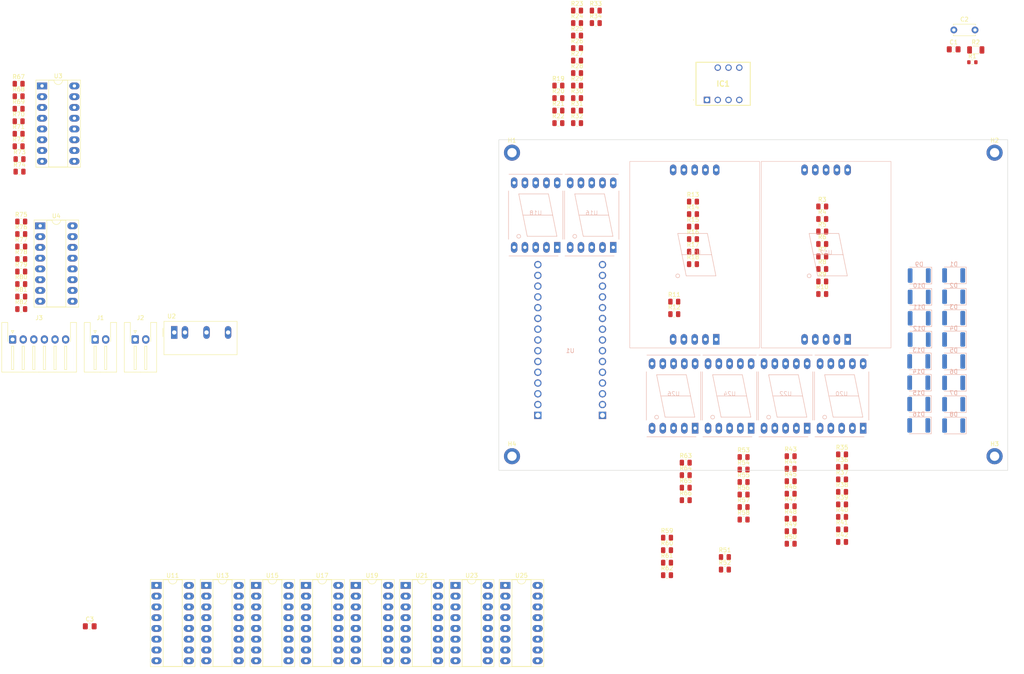
<source format=kicad_pcb>
(kicad_pcb (version 20221018) (generator pcbnew)
  (layers (0 "F.Cu" signal) (31 "B.Cu" signal) (34 "B.Paste" user) (35 "F.Paste" user) (36 "B.SilkS" user "B.Silkscreen") (37 "F.SilkS" user "F.Silkscreen") (38 "B.Mask" user) (39 "F.Mask" user) (44 "Edge.Cuts" user))
  (net 0 "")
  (net 1 "+3.3V")
  (net 2 "OE")
  (net 3 "CANG")
  (net 4 "+5V")
  (net 5 "CANRx")
  (net 6 "CANTx")
  (net 7 "CANL")
  (net 8 "CANH")
  (net 9 "Net-(J1-Pin_1)")
  (net 10 "tireTemp_FL_SCL")
  (net 11 "tireTemp_FL_SCA")
  (net 12 "tireTemp_FR_SCL")
  (net 13 "tireTemp_FR_SCA")
  (net 16 "SER")
  (net 17 "SRCLK")
  (net 18 "SRCLR")
  (net 19 "RCLK")
  (net 34 "Net-(U11-QB)")
  (net 35 "Net-(U11-QC)")
  (net 36 "Net-(U11-QD)")
  (net 37 "Net-(U11-QE)")
  (net 38 "Net-(U11-QF)")
  (net 39 "Net-(U11-QG)")
  (net 40 "Net-(U11-QH)")
  (net 41 "Net-(U11-QH')")
  (net 42 "Net-(U11-QA)")
  (net 43 "Net-(U15-QB)")
  (net 44 "Net-(U15-QC)")
  (net 45 "Net-(U15-QD)")
  (net 46 "Net-(U15-QE)")
  (net 47 "Net-(U15-QF)")
  (net 48 "Net-(U15-QG)")
  (net 49 "Net-(U15-QH)")
  (net 50 "Net-(U15-QH')")
  (net 51 "Net-(U15-QA)")
  (net 52 "Net-(U13-QB)")
  (net 53 "Net-(U13-QC)")
  (net 54 "Net-(U13-QD)")
  (net 55 "Net-(U13-QE)")
  (net 56 "Net-(U13-QF)")
  (net 57 "Net-(U13-QG)")
  (net 58 "Net-(U13-QH)")
  (net 59 "Net-(U13-QH')")
  (net 60 "Net-(U13-QA)")
  (net 61 "Net-(U17-QB)")
  (net 62 "Net-(U17-QC)")
  (net 63 "Net-(U17-QD)")
  (net 64 "Net-(U17-QE)")
  (net 65 "Net-(U17-QF)")
  (net 66 "Net-(U17-QG)")
  (net 67 "Net-(U17-QH)")
  (net 68 "Net-(U17-QH')")
  (net 69 "Net-(U17-QA)")
  (net 70 "Net-(U19-QB)")
  (net 71 "Net-(U19-QC)")
  (net 72 "Net-(U19-QD)")
  (net 73 "Net-(U19-QE)")
  (net 74 "Net-(U19-QF)")
  (net 75 "Net-(U19-QG)")
  (net 76 "Net-(U19-QH)")
  (net 77 "Net-(U19-QH')")
  (net 78 "Net-(U19-QA)")
  (net 79 "Net-(U21-QB)")
  (net 80 "Net-(U21-QC)")
  (net 81 "Net-(U21-QD)")
  (net 82 "Net-(U21-QE)")
  (net 83 "Net-(U21-QF)")
  (net 84 "Net-(U21-QG)")
  (net 85 "Net-(U21-QH)")
  (net 86 "Net-(U21-QH')")
  (net 87 "Net-(U21-QA)")
  (net 88 "Net-(U23-QB)")
  (net 89 "Net-(U23-QC)")
  (net 90 "Net-(U23-QD)")
  (net 91 "Net-(U23-QE)")
  (net 92 "Net-(U23-QF)")
  (net 93 "Net-(U23-QG)")
  (net 94 "Net-(U23-QH)")
  (net 95 "Net-(U23-QH')")
  (net 96 "Net-(U23-QA)")
  (net 97 "Net-(U25-QB)")
  (net 98 "Net-(U25-QC)")
  (net 99 "Net-(U25-QD)")
  (net 100 "Net-(U25-QE)")
  (net 101 "Net-(U25-QF)")
  (net 102 "Net-(U25-QG)")
  (net 103 "Net-(U25-QH)")
  (net 104 "Net-(U25-QA)")
  (net 105 "Net-(U3-QB)")
  (net 106 "Net-(U3-QC)")
  (net 107 "Net-(U3-QD)")
  (net 108 "Net-(U3-QE)")
  (net 109 "Net-(U3-QF)")
  (net 110 "Net-(U3-QG)")
  (net 111 "Net-(U3-QH)")
  (net 112 "Net-(U3-QH')")
  (net 113 "Net-(U25-QH')")
  (net 114 "Net-(U3-QA)")
  (net 115 "Net-(U4-QB)")
  (net 116 "Net-(U4-QC)")
  (net 117 "Net-(U4-QD)")
  (net 118 "Net-(U4-QE)")
  (net 119 "Net-(U4-QF)")
  (net 120 "Net-(U4-QG)")
  (net 121 "Net-(U4-QH)")
  (net 123 "Net-(U4-QA)")
  (net 124 "Net-(U12-E)")
  (net 125 "Net-(U12-D)")
  (net 126 "Net-(U12-C)")
  (net 127 "Net-(U12-DP)")
  (net 128 "Net-(U12-B)")
  (net 129 "Net-(U12-A)")
  (net 130 "Net-(U12-F)")
  (net 131 "Net-(U12-G)")
  (net 132 "Net-(U14-G)")
  (net 133 "Net-(U14-F)")
  (net 134 "Net-(U14-A)")
  (net 135 "Net-(U14-B)")
  (net 136 "Net-(U14-DP)")
  (net 137 "Net-(U14-C)")
  (net 138 "Net-(U14-D)")
  (net 139 "Net-(U14-E)")
  (net 140 "Net-(U16-E)")
  (net 141 "Net-(U16-D)")
  (net 142 "Net-(U16-C)")
  (net 143 "Net-(U16-DP)")
  (net 144 "Net-(U16-B)")
  (net 145 "Net-(U16-A)")
  (net 146 "Net-(U16-F)")
  (net 147 "Net-(U16-G)")
  (net 148 "Net-(U18-G)")
  (net 149 "Net-(U18-F)")
  (net 150 "Net-(U18-A)")
  (net 151 "Net-(U18-B)")
  (net 152 "Net-(U18-DP)")
  (net 153 "Net-(U18-C)")
  (net 154 "Net-(U18-D)")
  (net 155 "Net-(U18-E)")
  (net 156 "Net-(U20-G)")
  (net 157 "Net-(U20-F)")
  (net 158 "Net-(U20-A)")
  (net 159 "Net-(U20-B)")
  (net 160 "Net-(U20-DP)")
  (net 161 "Net-(U20-C)")
  (net 162 "Net-(U20-D)")
  (net 163 "Net-(U20-E)")
  (net 164 "Net-(U22-G)")
  (net 165 "Net-(U22-F)")
  (net 166 "Net-(U22-A)")
  (net 167 "Net-(U22-B)")
  (net 168 "Net-(U22-DP)")
  (net 169 "Net-(U22-C)")
  (net 170 "Net-(U22-D)")
  (net 171 "Net-(U22-E)")
  (net 172 "Net-(U24-G)")
  (net 173 "Net-(U24-F)")
  (net 174 "Net-(U24-A)")
  (net 175 "Net-(U24-B)")
  (net 176 "Net-(U24-DP)")
  (net 177 "Net-(U24-C)")
  (net 178 "Net-(U24-D)")
  (net 179 "Net-(U24-E)")
  (net 180 "Net-(U26-G)")
  (net 181 "Net-(U26-F)")
  (net 182 "Net-(U26-A)")
  (net 183 "Net-(U26-B)")
  (net 184 "Net-(U26-DP)")
  (net 185 "Net-(U26-C)")
  (net 186 "Net-(U26-D)")
  (net 187 "Net-(U26-E)")
  (net 188 "Net-(D1-A)")
  (net 189 "Net-(D2-A)")
  (net 190 "Net-(D3-A)")
  (net 191 "Net-(D4-A)")
  (net 192 "Net-(D5-A)")
  (net 193 "Net-(D6-A)")
  (net 194 "Net-(D7-A)")
  (net 195 "Net-(D8-A)")
  (net 196 "Net-(D9-A)")
  (net 197 "Net-(D10-A)")
  (net 198 "Net-(D11-A)")
  (net 199 "Net-(D12-A)")
  (net 200 "Net-(D13-A)")
  (net 201 "Net-(D14-A)")
  (net 202 "Net-(D15-A)")
  (net 203 "Net-(D16-A)")
  (footprint "Resistor_SMD:R_0805_2012Metric" (layer "F.Cu") (at 211.328 91.458)
    (fp_text reference "R8" (at 0 -1.65) (layer "F.SilkS"))
    (fp_text value "202")
    (pad "1" smd roundrect (at -0.9125 0) (size 1.025 1.4) (layers "F.Cu" "F.Paste" "F.Mask") (roundrect_rratio 0.243902) (net 38 "Net-(U11-QF)"))
    (pad "2" smd roundrect (at 0.9125 0) (size 1.025 1.4) (layers "F.Cu" "F.Paste" "F.Mask") (roundrect_rratio 0.243902) (net 130 "Net-(U12-F)"))
  )
  (footprint "Resistor_SMD:R_0805_2012Metric" (layer "F.Cu") (at 21.844 47.752)
    (fp_text reference "R67" (at 0 -1.65) (layer "F.SilkS"))
    (fp_text value "202")
    (pad "1" smd roundrect (at -0.9125 0) (size 1.025 1.4) (layers "F.Cu" "F.Paste" "F.Mask") (roundrect_rratio 0.243902) (net 114 "Net-(U3-QA)"))
    (pad "2" smd roundrect (at 0.9125 0) (size 1.025 1.4) (layers "F.Cu" "F.Paste" "F.Mask") (roundrect_rratio 0.243902) (net 188 "Net-(D1-A)"))
  )
  (footprint "Resistor_SMD:R_0805_2012Metric" (layer "F.Cu") (at 22.4555 97.964)
    (fp_text reference "R81" (at 0 -1.65) (layer "F.SilkS"))
    (fp_text value "202")
    (pad "1" smd roundrect (at -0.9125 0) (size 1.025 1.4) (layers "F.Cu" "F.Paste" "F.Mask") (roundrect_rratio 0.243902) (net 120 "Net-(U4-QG)"))
    (pad "2" smd roundrect (at 0.9125 0) (size 1.025 1.4) (layers "F.Cu" "F.Paste" "F.Mask") (roundrect_rratio 0.243902) (net 202 "Net-(D15-A)"))
  )
  (footprint "Resistor_SMD:R_0805_2012Metric" (layer "F.Cu") (at 192.7835 141.732)
    (fp_text reference "R55" (at 0 -1.65) (layer "F.SilkS"))
    (fp_text value "202")
    (pad "1" smd roundrect (at -0.9125 0) (size 1.025 1.4) (layers "F.Cu" "F.Paste" "F.Mask") (roundrect_rratio 0.243902) (net 91 "Net-(U23-QE)"))
    (pad "2" smd roundrect (at 0.9125 0) (size 1.025 1.4) (layers "F.Cu" "F.Paste" "F.Mask") (roundrect_rratio 0.243902) (net 179 "Net-(U24-E)"))
  )
  (footprint "Package_DIP:DIP-16_W7.62mm_Socket_LongPads" (layer "F.Cu") (at 27.366 48.26)
    (fp_text reference "U3" (at 3.81 -2.33) (layer "F.SilkS"))
    (fp_text value "74HC595")
    (pad "1" thru_hole rect (at 0 0) (size 2.4 1.6) (drill 0.8) (layers "*.Cu" "*.Mask") (net 105 "Net-(U3-QB)"))
    (pad "2" thru_hole oval (at 0 2.54) (size 2.4 1.6) (drill 0.8) (layers "*.Cu" "*.Mask") (net 106 "Net-(U3-QC)"))
    (pad "3" thru_hole oval (at 0 5.08) (size 2.4 1.6) (drill 0.8) (layers "*.Cu" "*.Mask") (net 107 "Net-(U3-QD)"))
    (pad "4" thru_hole oval (at 0 7.62) (size 2.4 1.6) (drill 0.8) (layers "*.Cu" "*.Mask") (net 108 "Net-(U3-QE)"))
    (pad "5" thru_hole oval (at 0 10.16) (size 2.4 1.6) (drill 0.8) (layers "*.Cu" "*.Mask") (net 109 "Net-(U3-QF)"))
    (pad "6" thru_hole oval (at 0 12.7) (size 2.4 1.6) (drill 0.8) (layers "*.Cu" "*.Mask") (net 110 "Net-(U3-QG)"))
    (pad "7" thru_hole oval (at 0 15.24) (size 2.4 1.6) (drill 0.8) (layers "*.Cu" "*.Mask") (net 111 "Net-(U3-QH)"))
    (pad "8" thru_hole oval (at 0 17.78) (size 2.4 1.6) (drill 0.8) (layers "*.Cu" "*.Mask") (net 2 "OE"))
    (pad "9" thru_hole oval (at 7.62 17.78) (size 2.4 1.6) (drill 0.8) (layers "*.Cu" "*.Mask") (net 112 "Net-(U3-QH')"))
    (pad "10" thru_hole oval (at 7.62 15.24) (size 2.4 1.6) (drill 0.8) (layers "*.Cu" "*.Mask") (net 18 "SRCLR"))
    (pad "11" thru_hole oval (at 7.62 12.7) (size 2.4 1.6) (drill 0.8) (layers "*.Cu" "*.Mask") (net 17 "SRCLK"))
    (pad "12" thru_hole oval (at 7.62 10.16) (size 2.4 1.6) (drill 0.8) (layers "*.Cu" "*.Mask") (net 19 "RCLK"))
    (pad "13" thru_hole oval (at 7.62 7.62) (size 2.4 1.6) (drill 0.8) (layers "*.Cu" "*.Mask") (net 2 "OE"))
    (pad "14" thru_hole oval (at 7.62 5.08) (size 2.4 1.6) (drill 0.8) (layers "*.Cu" "*.Mask") (net 113 "Net-(U25-QH')"))
    (pad "15" thru_hole oval (at 7.62 2.54) (size 2.4 1.6) (drill 0.8) (layers "*.Cu" "*.Mask") (net 114 "Net-(U3-QA)"))
    (pad "16" thru_hole oval (at 7.62 0) (size 2.4 1.6) (drill 0.8) (layers "*.Cu" "*.Mask") (net 4 "+5V"))
  )
  (footprint "Resistor_SMD:R_0805_2012Metric" (layer "F.Cu") (at 22.4555 95.014)
    (fp_text reference "R80" (at 0 -1.65) (layer "F.SilkS"))
    (fp_text value "202")
    (pad "1" smd roundrect (at -0.9125 0) (size 1.025 1.4) (layers "F.Cu" "F.Paste" "F.Mask") (roundrect_rratio 0.243902) (net 119 "Net-(U4-QF)"))
    (pad "2" smd roundrect (at 0.9125 0) (size 1.025 1.4) (layers "F.Cu" "F.Paste" "F.Mask") (roundrect_rratio 0.243902) (net 201 "Net-(D14-A)"))
  )
  (footprint "Resistor_SMD:R_0805_2012Metric" (layer "F.Cu") (at 203.8855 138.586)
    (fp_text reference "R44" (at 0 -1.65) (layer "F.SilkS"))
    (fp_text value "202")
    (pad "1" smd roundrect (at -0.9125 0) (size 1.025 1.4) (layers "F.Cu" "F.Paste" "F.Mask") (roundrect_rratio 0.243902) (net 79 "Net-(U21-QB)"))
    (pad "2" smd roundrect (at 0.9125 0) (size 1.025 1.4) (layers "F.Cu" "F.Paste" "F.Mask") (roundrect_rratio 0.243902) (net 167 "Net-(U22-B)"))
  )
  (footprint "Resistor_SMD:R_0805_2012Metric" (layer "F.Cu") (at 153.5195 54.08)
    (fp_text reference "R31" (at 0 -1.65) (layer "F.SilkS"))
    (fp_text value "202")
    (pad "1" smd roundrect (at -0.9125 0) (size 1.025 1.4) (layers "F.Cu" "F.Paste" "F.Mask") (roundrect_rratio 0.243902) (net 64 "Net-(U17-QE)"))
    (pad "2" smd roundrect (at 0.9125 0) (size 1.025 1.4) (layers "F.Cu" "F.Paste" "F.Mask") (roundrect_rratio 0.243902) (net 155 "Net-(U18-E)"))
  )
  (footprint "Resistor_SMD:R_0805_2012Metric" (layer "F.Cu") (at 216.0035 138.158)
    (fp_text reference "R36" (at 0 -1.65) (layer "F.SilkS"))
    (fp_text value "202")
    (pad "1" smd roundrect (at -0.9125 0) (size 1.025 1.4) (layers "F.Cu" "F.Paste" "F.Mask") (roundrect_rratio 0.243902) (net 70 "Net-(U19-QB)"))
    (pad "2" smd roundrect (at 0.9125 0) (size 1.025 1.4) (layers "F.Cu" "F.Paste" "F.Mask") (roundrect_rratio 0.243902) (net 159 "Net-(U20-B)"))
  )
  (footprint "Package_DIP:DIP-16_W7.62mm_Socket_LongPads" (layer "F.Cu") (at 113.106 166.116)
    (fp_text reference "U21" (at 3.81 -2.33) (layer "F.SilkS"))
    (fp_text value "74HC595")
    (pad "1" thru_hole rect (at 0 0) (size 2.4 1.6) (drill 0.8) (layers "*.Cu" "*.Mask") (net 79 "Net-(U21-QB)"))
    (pad "2" thru_hole oval (at 0 2.54) (size 2.4 1.6) (drill 0.8) (layers "*.Cu" "*.Mask") (net 80 "Net-(U21-QC)"))
    (pad "3" thru_hole oval (at 0 5.08) (size 2.4 1.6) (drill 0.8) (layers "*.Cu" "*.Mask") (net 81 "Net-(U21-QD)"))
    (pad "4" thru_hole oval (at 0 7.62) (size 2.4 1.6) (drill 0.8) (layers "*.Cu" "*.Mask") (net 82 "Net-(U21-QE)"))
    (pad "5" thru_hole oval (at 0 10.16) (size 2.4 1.6) (drill 0.8) (layers "*.Cu" "*.Mask") (net 83 "Net-(U21-QF)"))
    (pad "6" thru_hole oval (at 0 12.7) (size 2.4 1.6) (drill 0.8) (layers "*.Cu" "*.Mask") (net 84 "Net-(U21-QG)"))
    (pad "7" thru_hole oval (at 0 15.24) (size 2.4 1.6) (drill 0.8) (layers "*.Cu" "*.Mask") (net 85 "Net-(U21-QH)"))
    (pad "8" thru_hole oval (at 0 17.78) (size 2.4 1.6) (drill 0.8) (layers "*.Cu" "*.Mask") (net 2 "OE"))
    (pad "9" thru_hole oval (at 7.62 17.78) (size 2.4 1.6) (drill 0.8) (layers "*.Cu" "*.Mask") (net 86 "Net-(U21-QH')"))
    (pad "10" thru_hole oval (at 7.62 15.24) (size 2.4 1.6) (drill 0.8) (layers "*.Cu" "*.Mask") (net 18 "SRCLR"))
    (pad "11" thru_hole oval (at 7.62 12.7) (size 2.4 1.6) (drill 0.8) (layers "*.Cu" "*.Mask") (net 17 "SRCLK"))
    (pad "12" thru_hole oval (at 7.62 10.16) (size 2.4 1.6) (drill 0.8) (layers "*.Cu" "*.Mask") (net 19 "RCLK"))
    (pad "13" thru_hole oval (at 7.62 7.62) (size 2.4 1.6) (drill 0.8) (layers "*.Cu" "*.Mask") (net 2 "OE"))
    (pad "14" thru_hole oval (at 7.62 5.08) (size 2.4 1.6) (drill 0.8) (layers "*.Cu" "*.Mask") (net 77 "Net-(U19-QH')"))
    (pad "15" thru_hole oval (at 7.62 2.54) (size 2.4 1.6) (drill 0.8) (layers "*.Cu" "*.Mask") (net 87 "Net-(U21-QA)"))
    (pad "16" thru_hole oval (at 7.62 0) (size 2.4 1.6) (drill 0.8) (layers "*.Cu" "*.Mask") (net 4 "+5V"))
  )
  (footprint "Resistor_SMD:R_0805_2012Metric" (layer "F.Cu") (at 203.8855 144.486)
    (fp_text reference "R46" (at 0 -1.65) (layer "F.SilkS"))
    (fp_text value "202")
    (pad "1" smd roundrect (at -0.9125 0) (size 1.025 1.4) (layers "F.Cu" "F.Paste" "F.Mask") (roundrect_rratio 0.243902) (net 81 "Net-(U21-QD)"))
    (pad "2" smd roundrect (at 0.9125 0) (size 1.025 1.4) (layers "F.Cu" "F.Paste" "F.Mask") (roundrect_rratio 0.243902) (net 170 "Net-(U22-D)"))
  )
  (footprint "Package_DIP:DIP-16_W7.62mm_Socket_LongPads" (layer "F.Cu") (at 89.606 166.116)
    (fp_text reference "U17" (at 3.81 -2.33) (layer "F.SilkS"))
    (fp_text value "74HC595")
    (pad "1" thru_hole rect (at 0 0) (size 2.4 1.6) (drill 0.8) (layers "*.Cu" "*.Mask") (net 61 "Net-(U17-QB)"))
    (pad "2" thru_hole oval (at 0 2.54) (size 2.4 1.6) (drill 0.8) (layers "*.Cu" "*.Mask") (net 62 "Net-(U17-QC)"))
    (pad "3" thru_hole oval (at 0 5.08) (size 2.4 1.6) (drill 0.8) (layers "*.Cu" "*.Mask") (net 63 "Net-(U17-QD)"))
    (pad "4" thru_hole oval (at 0 7.62) (size 2.4 1.6) (drill 0.8) (layers "*.Cu" "*.Mask") (net 64 "Net-(U17-QE)"))
    (pad "5" thru_hole oval (at 0 10.16) (size 2.4 1.6) (drill 0.8) (layers "*.Cu" "*.Mask") (net 65 "Net-(U17-QF)"))
    (pad "6" thru_hole oval (at 0 12.7) (size 2.4 1.6) (drill 0.8) (layers "*.Cu" "*.Mask") (net 66 "Net-(U17-QG)"))
    (pad "7" thru_hole oval (at 0 15.24) (size 2.4 1.6) (drill 0.8) (layers "*.Cu" "*.Mask") (net 67 "Net-(U17-QH)"))
    (pad "8" thru_hole oval (at 0 17.78) (size 2.4 1.6) (drill 0.8) (layers "*.Cu" "*.Mask") (net 2 "OE"))
    (pad "9" thru_hole oval (at 7.62 17.78) (size 2.4 1.6) (drill 0.8) (layers "*.Cu" "*.Mask") (net 68 "Net-(U17-QH')"))
    (pad "10" thru_hole oval (at 7.62 15.24) (size 2.4 1.6) (drill 0.8) (layers "*.Cu" "*.Mask") (net 18 "SRCLR"))
    (pad "11" thru_hole oval (at 7.62 12.7) (size 2.4 1.6) (drill 0.8) (layers "*.Cu" "*.Mask") (net 17 "SRCLK"))
    (pad "12" thru_hole oval (at 7.62 10.16) (size 2.4 1.6) (drill 0.8) (layers "*.Cu" "*.Mask") (net 19 "RCLK"))
    (pad "13" thru_hole oval (at 7.62 7.62) (size 2.4 1.6) (drill 0.8) (layers "*.Cu" "*.Mask") (net 2 "OE"))
    (pad "14" thru_hole oval (at 7.62 5.08) (size 2.4 1.6) (drill 0.8) (layers "*.Cu" "*.Mask") (net 50 "Net-(U15-QH')"))
    (pad "15" thru_hole oval (at 7.62 2.54) (size 2.4 1.6) (drill 0.8) (layers "*.Cu" "*.Mask") (net 69 "Net-(U17-QA)"))
    (pad "16" thru_hole oval (at 7.62 0) (size 2.4 1.6) (drill 0.8) (layers "*.Cu" "*.Mask") (net 4 "+5V"))
  )
  (footprint "Capacitor_THT:C_Disc_D5.0mm_W2.5mm_P5.00mm" (layer "F.Cu") (at 242.356 35.052)
    (fp_text reference "C2" (at 2.5 -2.5) (layer "F.SilkS"))
    (fp_text value "1n")
    (pad "1" thru_hole circle (at 0 0) (size 1.6 1.6) (drill 0.8) (layers "*.Cu" "*.Mask") (net 3 "CANG"))
    (pad "2" thru_hole circle (at 5 0) (size 1.6 1.6) (drill 0.8) (layers "*.Cu" "*.Mask") (net 2 "OE"))
  )
  (footprint "Resistor_SMD:R_0805_2012Metric" (layer "F.Cu") (at 153.5195 51.13)
    (fp_text reference "R30" (at 0 -1.65) (layer "F.SilkS"))
    (fp_text value "202")
    (pad "1" smd roundrect (at -0.9125 0) (size 1.025 1.4) (layers "F.Cu" "F.Paste" "F.Mask") (roundrect_rratio 0.243902) (net 63 "Net-(U17-QD)"))
    (pad "2" smd roundrect (at 0.9125 0) (size 1.025 1.4) (layers "F.Cu" "F.Paste" "F.Mask") (roundrect_rratio 0.243902) (net 154 "Net-(U18-D)"))
  )
  (footprint "Resistor_SMD:R_0805_2012Metric" (layer "F.Cu") (at 180.848 90.31)
    (fp_text reference "R18" (at 0 -1.65) (layer "F.SilkS"))
    (fp_text value "202")
    (pad "1" smd roundrect (at -0.9125 0) (size 1.025 1.4) (layers "F.Cu" "F.Paste" "F.Mask") (roundrect_rratio 0.243902) (net 58 "Net-(U13-QH)"))
    (pad "2" smd roundrect (at 0.9125 0) (size 1.025 1.4) (layers "F.Cu" "F.Paste" "F.Mask") (roundrect_rratio 0.243902) (net 136 "Net-(U14-DP)"))
  )
  (footprint "Package_DIP:DIP-16_W7.62mm_Socket_LongPads" (layer "F.Cu") (at 54.356 166.116)
    (fp_text reference "U11" (at 3.81 -2.33) (layer "F.SilkS"))
    (fp_text value "74HC595")
    (pad "1" thru_hole rect (at 0 0) (size 2.4 1.6) (drill 0.8) (layers "*.Cu" "*.Mask") (net 34 "Net-(U11-QB)"))
    (pad "2" thru_hole oval (at 0 2.54) (size 2.4 1.6) (drill 0.8) (layers "*.Cu" "*.Mask") (net 35 "Net-(U11-QC)"))
    (pad "3" thru_hole oval (at 0 5.08) (size 2.4 1.6) (drill 0.8) (layers "*.Cu" "*.Mask") (net 36 "Net-(U11-QD)"))
    (pad "4" thru_hole oval (at 0 7.62) (size 2.4 1.6) (drill 0.8) (layers "*.Cu" "*.Mask") (net 37 "Net-(U11-QE)"))
    (pad "5" thru_hole oval (at 0 10.16) (size 2.4 1.6) (drill 0.8) (layers "*.Cu" "*.Mask") (net 38 "Net-(U11-QF)"))
    (pad "6" thru_hole oval (at 0 12.7) (size 2.4 1.6) (drill 0.8) (layers "*.Cu" "*.Mask") (net 39 "Net-(U11-QG)"))
    (pad "7" thru_hole oval (at 0 15.24) (size 2.4 1.6) (drill 0.8) (layers "*.Cu" "*.Mask") (net 40 "Net-(U11-QH)"))
    (pad "8" thru_hole oval (at 0 17.78) (size 2.4 1.6) (drill 0.8) (layers "*.Cu" "*.Mask") (net 2 "OE"))
    (pad "9" thru_hole oval (at 7.62 17.78) (size 2.4 1.6) (drill 0.8) (layers "*.Cu" "*.Mask") (net 41 "Net-(U11-QH')"))
    (pad "10" thru_hole oval (at 7.62 15.24) (size 2.4 1.6) (drill 0.8) (layers "*.Cu" "*.Mask") (net 18 "SRCLR"))
    (pad "11" thru_hole oval (at 7.62 12.7) (size 2.4 1.6) (drill 0.8) (layers "*.Cu" "*.Mask") (net 17 "SRCLK"))
    (pad "12" thru_hole oval (at 7.62 10.16) (size 2.4 1.6) (drill 0.8) (layers "*.Cu" "*.Mask") (net 19 "RCLK"))
    (pad "13" thru_hole oval (at 7.62 7.62) (size 2.4 1.6) (drill 0.8) (layers "*.Cu" "*.Mask") (net 2 "OE"))
    (pad "14" thru_hole oval (at 7.62 5.08) (size 2.4 1.6) (drill 0.8) (layers "*.Cu" "*.Mask") (net 16 "SER"))
    (pad "15" thru_hole oval (at 7.62 2.54) (size 2.4 1.6) (drill 0.8) (layers "*.Cu" "*.Mask") (net 42 "Net-(U11-QA)"))
    (pad "16" thru_hole oval (at 7.62 0) (size 2.4 1.6) (drill 0.8) (layers "*.Cu" "*.Mask") (net 4 "+5V"))
  )
  (footprint "Package_DIP:DIP-16_W7.62mm_Socket_LongPads" (layer "F.Cu") (at 101.356 166.116)
    (fp_text reference "U19" (at 3.81 -2.33) (layer "F.SilkS"))
    (fp_text value "74HC595")
    (pad "1" thru_hole rect (at 0 0) (size 2.4 1.6) (drill 0.8) (layers "*.Cu" "*.Mask") (net 70 "Net-(U19-QB)"))
    (pad "2" thru_hole oval (at 0 2.54) (size 2.4 1.6) (drill 0.8) (layers "*.Cu" "*.Mask") (net 71 "Net-(U19-QC)"))
    (pad "3" thru_hole oval (at 0 5.08) (size 2.4 1.6) (drill 0.8) (layers "*.Cu" "*.Mask") (net 72 "Net-(U19-QD)"))
    (pad "4" thru_hole oval (at 0 7.62) (size 2.4 1.6) (drill 0.8) (layers "*.Cu" "*.Mask") (net 73 "Net-(U19-QE)"))
    (pad "5" thru_hole oval (at 0 10.16) (size 2.4 1.6) (drill 0.8) (layers "*.Cu" "*.Mask") (net 74 "Net-(U19-QF)"))
    (pad "6" thru_hole oval (at 0 12.7) (size 2.4 1.6) (drill 0.8) (layers "*.Cu" "*.Mask") (net 75 "Net-(U19-QG)"))
    (pad "7" thru_hole oval (at 0 15.24) (size 2.4 1.6) (drill 0.8) (layers "*.Cu" "*.Mask") (net 76 "Net-(U19-QH)"))
    (pad "8" thru_hole oval (at 0 17.78) (size 2.4 1.6) (drill 0.8) (layers "*.Cu" "*.Mask") (net 2 "OE"))
    (pad "9" thru_hole oval (at 7.62 17.78) (size 2.4 1.6) (drill 0.8) (layers "*.Cu" "*.Mask") (net 77 "Net-(U19-QH')"))
    (pad "10" thru_hole oval (at 7.62 15.24) (size 2.4 1.6) (drill 0.8) (layers "*.Cu" "*.Mask") (net 18 "SRCLR"))
    (pad "11" thru_hole oval (at 7.62 12.7) (size 2.4 1.6) (drill 0.8) (layers "*.Cu" "*.Mask") (net 17 "SRCLK"))
    (pad "12" thru_hole oval (at 7.62 10.16) (size 2.4 1.6) (drill 0.8) (layers "*.Cu" "*.Mask") (net 19 "RCLK"))
    (pad "13" thru_hole oval (at 7.62 7.62) (size 2.4 1.6) (drill 0.8) (layers "*.Cu" "*.Mask") (net 2 "OE"))
    (pad "14" thru_hole oval (at 7.62 5.08) (size 2.4 1.6) (drill 0.8) (layers "*.Cu" "*.Mask") (net 68 "Net-(U17-QH')"))
    (pad "15" thru_hole oval (at 7.62 2.54) (size 2.4 1.6) (drill 0.8) (layers "*.Cu" "*.Mask") (net 78 "Net-(U19-QA)"))
    (pad "16" thru_hole oval (at 7.62 0) (size 2.4 1.6) (drill 0.8) (layers "*.Cu" "*.Mask") (net 4 "+5V"))
  )
  (footprint "Resistor_SMD:R_0603_1608Metric" (layer "F.Cu") (at 246.726 42.664)
    (fp_text reference "R1" (at 0 -1.43) (layer "F.SilkS"))
    (fp_text value "1M")
    (pad "1" smd roundrect (at -0.825 0) (size 0.8 0.95) (layers "F.Cu" "F.Paste" "F.Mask") (net 3 "CANG"))
    (pad "2" smd roundrect (at 0.825 0) (size 0.8 0.95) (layers "F.Cu" "F.Paste" "F.Mask") (net 2 "OE"))
  )
  (footprint "Resistor_SMD:R_0805_2012Metric" (layer "F.Cu") (at 153.5195 36.38)
    (fp_text reference "R25" (at 0 -1.65) (layer "F.SilkS"))
    (fp_text value "202")
    (pad "1" smd roundrect (at -0.9125 0) (size 1.025 1.4) (layers "F.Cu" "F.Paste" "F.Mask") (roundrect_rratio 0.243902) (net 48 "Net-(U15-QG)"))
    (pad "2" smd roundrect (at 0.9125 0) (size 1.025 1.4) (layers "F.Cu" "F.Paste" "F.Mask") (roundrect_rratio 0.243902) (net 147 "Net-(U16-G)"))
  )
  (footprint "Resistor_SMD:R_0805_2012Metric" (layer "F.Cu") (at 153.5195 30.48)
    (fp_text reference "R23" (at 0 -1.65) (layer "F.SilkS"))
    (fp_text value "202")
    (pad "1" smd roundrect (at -0.9125 0) (size 1.025 1.4) (layers "F.Cu" "F.Paste" "F.Mask") (roundrect_rratio 0.243902) (net 46 "Net-(U15-QE)"))
    (pad "2" smd roundrect (at 0.9125 0) (size 1.025 1.4) (layers "F.Cu" "F.Paste" "F.Mask") (roundrect_rratio 0.243902) (net 140 "Net-(U16-E)"))
  )
  (footprint "MountingHole:MountingHole_2.2mm_M2_DIN965_Pad_TopBottom" (layer "F.Cu") (at 251.968 135.636)
    (fp_text reference "H3" (at 0 -2.9) (layer "F.SilkS"))
    (fp_text value "MountingHole_Pad")
    (pad "1" thru_hole circle (at 0 0) (size 2.6 2.6) (drill 2.2) (layers "*.Cu" "*.Mask") (net 2 "OE"))
    (pad "1" connect circle (at 0 0) (size 3.8 3.8) (layers "F.Cu" "F.Mask") (net 2 "OE"))
    (pad "1" connect circle (at 0 0) (size 3.8 3.8) (layers "B.Cu" "B.Mask") (net 2 "OE"))
  )
  (footprint "Resistor_SMD:R_0805_2012Metric" (layer "F.Cu") (at 216.0035 155.858)
    (fp_text reference "R42" (at 0 -1.65) (layer "F.SilkS"))
    (fp_text value "202")
    (pad "1" smd roundrect (at -0.9125 0) (size 1.025 1.4) (layers "F.Cu" "F.Paste" "F.Mask") (roundrect_rratio 0.243902) (net 76 "Net-(U19-QH)"))
    (pad "2" smd roundrect (at 0.9125 0) (size 1.025 1.4) (layers "F.Cu" "F.Paste" "F.Mask") (roundrect_rratio 0.243902) (net 160 "Net-(U20-DP)"))
  )
  (footprint "Resistor_SMD:R_0805_2012Metric" (layer "F.Cu") (at 211.328 88.508)
    (fp_text reference "R7" (at 0 -1.65) (layer "F.SilkS"))
    (fp_text value "202")
    (pad "1" smd roundrect (at -0.9125 0) (size 1.025 1.4) (layers "F.Cu" "F.Paste" "F.Mask") (roundrect_rratio 0.243902) (net 37 "Net-(U11-QE)"))
    (pad "2" smd roundrect (at 0.9125 0) (size 1.025 1.4) (layers "F.Cu" "F.Paste" "F.Mask") (roundrect_rratio 0.243902) (net 124 "Net-(U12-E)"))
  )
  (footprint "Package_DIP:DIP-16_W7.62mm_Socket_LongPads" (layer "F.Cu") (at 26.924 81.28)
    (fp_text reference "U4" (at 3.81 -2.33) (layer "F.SilkS"))
    (fp_text value "74HC595")
    (pad "1" thru_hole rect (at 0 0) (size 2.4 1.6) (drill 0.8) (layers "*.Cu" "*.Mask") (net 115 "Net-(U4-QB)"))
    (pad "2" thru_hole oval (at 0 2.54) (size 2.4 1.6) (drill 0.8) (layers "*.Cu" "*.Mask") (net 116 "Net-(U4-QC)"))
    (pad "3" thru_hole oval (at 0 5.08) (size 2.4 1.6) (drill 0.8) (layers "*.Cu" "*.Mask") (net 117 "Net-(U4-QD)"))
    (pad "4" thru_hole oval (at 0 7.62) (size 2.4 1.6) (drill 0.8) (layers "*.Cu" "*.Mask") (net 118 "Net-(U4-QE)"))
    (pad "5" thru_hole oval (at 0 10.16) (size 2.4 1.6) (drill 0.8) (layers "*.Cu" "*.Mask") (net 119 "Net-(U4-QF)"))
    (pad "6" thru_hole oval (at 0 12.7) (size 2.4 1.6) (drill 0.8) (layers "*.Cu" "*.Mask") (net 120 "Net-(U4-QG)"))
    (pad "7" thru_hole oval (at 0 15.24) (size 2.4 1.6) (drill 0.8) (layers "*.Cu" "*.Mask") (net 121 "Net-(U4-QH)"))
    (pad "8" thru_hole oval (at 0 17.78) (size 2.4 1.6) (drill 0.8) (layers "*.Cu" "*.Mask") (net 2 "OE"))
    (pad "9" thru_hole oval (at 7.62 17.78) (size 2.4 1.6) (drill 0.8) (layers "*.Cu" "*.Mask"))
    (pad "10" thru_hole oval (at 7.62 15.24) (size 2.4 1.6) (drill 0.8) (layers "*.Cu" "*.Mask") (net 18 "SRCLR"))
    (pad "11" thru_hole oval (at 7.62 12.7) (size 2.4 1.6) (drill 0.8) (layers "*.Cu" "*.Mask") (net 17 "SRCLK"))
    (pad "12" thru_hole oval (at 7.62 10.16) (size 2.4 1.6) (drill 0.8) (layers "*.Cu" "*.Mask") (net 19 "RCLK"))
    (pad "13" thru_hole oval (at 7.62 7.62) (size 2.4 1.6) (drill 0.8) (layers "*.Cu" "*.Mask") (net 2 "OE"))
    (pad "14" thru_hole oval (at 7.62 5.08) (size 2.4 1.6) (drill 0.8) (layers "*.Cu" "*.Mask") (net 112 "Net-(U3-QH')"))
    (pad "15" thru_hole oval (at 7.62 2.54) (size 2.4 1.6) (drill 0.8) (layers "*.Cu" "*.Mask") (net 123 "Net-(U4-QA)"))
    (pad "16" thru_hole oval (at 7.62 0) (size 2.4 1.6) (drill 0.8) (layers "*.Cu" "*.Mask") (net 4 "+5V"))
  )
  (footprint "MountingHole:MountingHole_2.2mm_M2_DIN965_Pad_TopBottom" (layer "F.Cu") (at 138.176 64.008)
    (fp_text reference "H1" (at 0 -2.9) (layer "F.SilkS"))
    (fp_text value "MountingHole_Pad")
    (pad "1" thru_hole circle (at 0 0) (size 2.6 2.6) (drill 2.2) (layers "*.Cu" "*.Mask") (net 2 "OE"))
    (pad "1" connect circle (at 0 0) (size 3.8 3.8) (layers "F.Cu" "F.Mask") (net 2 "OE"))
    (pad "1" connect circle (at 0 0) (size 3.8 3.8) (layers "B.Cu" "B.Mask") (net 2 "OE"))
  )
  (footprint "Connector_JST:JST_XH_S6B-XH-A-1_1x06_P2.50mm_Horizontal" (layer "F.Cu") (at 20.424 108.082)
    (fp_text reference "J3" (at 6.25 -5.1) (layer "F.SilkS"))
    (fp_text value "tireTemp")
    (pad "1" thru_hole roundrect (at 0 0) (size 1.7 1.95) (drill 0.95) (layers "*.Cu" "*.Mask") (roundrect_rratio 0.147059) (net 1 "+3.3V"))
    (pad "2" thru_hole oval (at 2.5 0) (size 1.7 1.95) (drill 0.95) (layers "*.Cu" "*.Mask") (net 10 "tireTemp_FL_SCL"))
    (pad "3" thru_hole oval (at 5 0) (size 1.7 1.95) (drill 0.95) (layers "*.Cu" "*.Mask") (net 11 "tireTemp_FL_SCA"))
    (pad "4" thru_hole oval (at 7.5 0) (size 1.7 1.95) (drill 0.95) (layers "*.Cu" "*.Mask") (net 12 "tireTemp_FR_SCL"))
    (pad "5" thru_hole oval (at 10 0) (size 1.7 1.95) (drill 0.95) (layers "*.Cu" "*.Mask") (net 13 "tireTemp_FR_SCA"))
    (pad "6" thru_hole oval (at 12.5 0) (size 1.7 1.95) (drill 0.95) (layers "*.Cu" "*.Mask") (net 2 "OE"))
  )
  (footprint "MountingHole:MountingHole_2.2mm_M2_DIN965_Pad_TopBottom" (layer "F.Cu") (at 251.968 64.008)
    (fp_text reference "H2" (at 0 -2.9) (layer "F.SilkS"))
    (fp_text value "MountingHole_Pad")
    (pad "1" thru_hole circle (at 0 0) (size 2.6 2.6) (drill 2.2) (layers "*.Cu" "*.Mask") (net 2 "OE"))
    (pad "1" connect circle (at 0 0) (size 3.8 3.8) (layers "F.Cu" "F.Mask") (net 2 "OE"))
    (pad "1" connect circle (at 0 0) (size 3.8 3.8) (layers "B.Cu" "B.Mask") (net 2 "OE"))
  )
  (footprint "Resistor_SMD:R_0805_2012Metric" (layer "F.Cu") (at 211.328 76.708)
    (fp_text reference "R3" (at 0 -1.65) (layer "F.SilkS"))
    (fp_text value "202")
    (pad "1" smd roundrect (at -0.9125 0) (size 1.025 1.4) (layers "F.Cu" "F.Paste" "F.Mask") (roundrect_rratio 0.243902) (net 42 "Net-(U11-QA)"))
    (pad "2" smd roundrect (at 0.9125 0) (size 1.025 1.4) (layers "F.Cu" "F.Paste" "F.Mask") (roundrect_rratio 0.243902) (net 129 "Net-(U12-A)"))
  )
  (footprint "Resistor_SMD:R_0805_2012Metric" (layer "F.Cu") (at 22.051 65.532)
    (fp_text reference "R73" (at 0 -1.65) (layer "F.SilkS"))
    (fp_text value "202")
    (pad "1" smd roundrect (at -0.9125 0) (size 1.025 1.4) (layers "F.Cu" "F.Paste" "F.Mask") (roundrect_rratio 0.243902) (net 110 "Net-(U3-QG)"))
    (pad "2" smd roundrect (at 0.9125 0) (size 1.025 1.4) (layers "F.Cu" "F.Paste" "F.Mask") (roundrect_rratio 0.243902) (net 194 "Net-(D7-A)"))
  )
  (footprint "Resistor_SMD:R_0805_2012Metric" (layer "F.Cu") (at 216.0035 152.908)
    (fp_text reference "R41" (at 0 -1.65) (layer "F.SilkS"))
    (fp_text value "202")
    (pad "1" smd roundrect (at -0.9125 0) (size 1.025 1.4) (layers "F.Cu" "F.Paste" "F.Mask") (roundrect_rratio 0.243902) (net 75 "Net-(U19-QG)"))
    (pad "2" smd roundrect (at 0.9125 0) (size 1.025 1.4) (layers "F.Cu" "F.Paste" "F.Mask") (roundrect_rratio 0.243902) (net 156 "Net-(U20-G)"))
  )
  (footprint "Resistor_SMD:R_0805_2012Metric" (layer "F.Cu") (at 203.8855 135.636)
    (fp_text reference "R43" (at 0 -1.65) (layer "F.SilkS"))
    (fp_text value "202")
    (pad "1" smd roundrect (at -0.9125 0) (size 1.025 1.4) (layers "F.Cu" "F.Paste" "F.Mask") (roundrect_rratio 0.243902) (net 87 "Net-(U21-QA)"))
    (pad "2" smd roundrect (at 0.9125 0) (size 1.025 1.4) (layers "F.Cu" "F.Paste" "F.Mask") (roundrect_rratio 0.243902) (net 166 "Net-(U22-A)"))
  )
  (footprint "Package_DIP:DIP-16_W7.62mm_Socket_LongPads" (layer "F.Cu") (at 77.856 166.116)
    (fp_text reference "U15" (at 3.81 -2.33) (layer "F.SilkS"))
    (fp_text value "74HC595")
    (pad "1" thru_hole rect (at 0 0) (size 2.4 1.6) (drill 0.8) (layers "*.Cu" "*.Mask") (net 43 "Net-(U15-QB)"))
    (pad "2" thru_hole oval (at 0 2.54) (size 2.4 1.6) (drill 0.8) (layers "*.Cu" "*.Mask") (net 44 "Net-(U15-QC)"))
    (pad "3" thru_hole oval (at 0 5.08) (size 2.4 1.6) (drill 0.8) (layers "*.Cu" "*.Mask") (net 45 "Net-(U15-QD)"))
    (pad "4" thru_hole oval (at 0 7.62) (size 2.4 1.6) (drill 0.8) (layers "*.Cu" "*.Mask") (net 46 "Net-(U15-QE)"))
    (pad "5" thru_hole oval (at 0 10.16) (size 2.4 1.6) (drill 0.8) (layers "*.Cu" "*.Mask") (net 47 "Net-(U15-QF)"))
    (pad "6" thru_hole oval (at 0 12.7) (size 2.4 1.6) (drill 0.8) (layers "*.Cu" "*.Mask") (net 48 "Net-(U15-QG)"))
    (pad "7" thru_hole oval (at 0 15.24) (size 2.4 1.6) (drill 0.8) (layers "*.Cu" "*.Mask") (net 49 "Net-(U15-QH)"))
    (pad "8" thru_hole oval (at 0 17.78) (size 2.4 1.6) (drill 0.8) (layers "*.Cu" "*.Mask") (net 2 "OE"))
    (pad "9" thru_hole oval (at 7.62 17.78) (size 2.4 1.6) (drill 0.8) (layers "*.Cu" "*.Mask") (net 50 "Net-(U15-QH')"))
    (pad "10" thru_hole oval (at 7.62 15.24) (size 2.4 1.6) (drill 0.8) (layers "*.Cu" "*.Mask") (net 18 "SRCLR"))
    (pad "11" thru_hole oval (at 7.62 12.7) (size 2.4 1.6) (drill 0.8) (layers "*.Cu" "*.Mask") (net 17 "SRCLK"))
    (pad "12" thru_hole oval (at 7.62 10.16) (size 2.4 1.6) (drill 0.8) (layers "*.Cu" "*.Mask") (net 19 "RCLK"))
    (pad "13" thru_hole oval (at 7.62 7.62) (size 2.4 1.6) (drill 0.8) (layers "*.Cu" "*.Mask") (net 2 "OE"))
    (pad "14" thru_hole oval (at 7.62 5.08) (size 2.4 1.6) (drill 0.8) (layers "*.Cu" "*.Mask") (net 59 "Net-(U13-QH')"))
    (pad "15" thru_hole oval (at 7.62 2.54) (size 2.4 1.6) (drill 0.8) (layers "*.Cu" "*.Mask") (net 51 "Net-(U15-QA)"))
    (pad "16" thru_hole oval (at 7.62 0) (size 2.4 1.6) (drill 0.8) (layers "*.Cu" "*.Mask") (net 4 "+5V"))
  )
  (footprint "Resistor_SMD:R_0805_2012Metric" (layer "F.Cu") (at 211.328 79.658)
    (fp_text reference "R4" (at 0 -1.65) (layer "F.SilkS"))
    (fp_text value "202")
    (pad "1" smd roundrect (at -0.9125 0) (size 1.025 1.4) (layers "F.Cu" "F.Paste" "F.Mask") (roundrect_rratio 0.243902) (net 34 "Net-(U11-QB)"))
    (pad "2" smd roundrect (at 0.9125 0) (size 1.025 1.4) (layers "F.Cu" "F.Paste" "F.Mask") (roundrect_rratio 0.243902) (net 128 "Net-(U12-B)"))
  )
  (footprint "Resistor_SMD:R_0805_2012Metric" (layer "F.Cu") (at 21.844 56.602)
    (fp_text reference "R70" (at 0 -1.65) (layer "F.SilkS"))
    (fp_text value "202")
    (pad "1" smd roundrect (at -0.9125 0) (size 1.025 1.4) (layers "F.Cu" "F.Paste" "F.Mask") (roundrect_rratio 0.243902) (net 107 "Net-(U3-QD)"))
    (pad "2" smd roundrect (at 0.9125 0) (size 1.025 1.4) (layers "F.Cu" "F.Paste" "F.Mask") (roundrect_rratio 0.243902) (net 191 "Net-(D4-A)"))
  )
  (footprint "Resistor_SMD:R_0805_2012Metric" (layer "F.Cu") (at 174.7315 154.86)
    (fp_text reference "R59" (at 0 -1.65) (layer "F.SilkS"))
    (fp_text value "202")
    (pad "1" smd roundrect (at -0.9125 0) (size 1.025 1.4) (layers "F.Cu" "F.Paste" "F.Mask") (roundrect_rratio 0.243902) (net 104 "Net-(U25-QA)"))
    (pad "2" smd roundrect (at 0.9125 0) (size 1.025 1.4) (layers "F.Cu" "F.Paste" "F.Mask") (roundrect_rratio 0.243902) (net 182 "Net-(U26-A)"))
  )
  (footprint "Resistor_SMD:R_0805_2012Metric" (layer "F.Cu") (at 174.7315 163.71)
    (fp_text reference "R62" (at 0 -1.65) (layer "F.SilkS"))
    (fp_text value "202")
    (pad "1" smd roundrect (at -0.9125 0) (size 1.025 1.4) (layers "F.Cu" "F.Paste" "F.Mask") (roundrect_rratio 0.243902) (net 99 "Net-(U25-QD)"))
    (pad "2" smd roundrect (at 0.9125 0) (size 1.025 1.4) (layers "F.Cu" "F.Paste" "F.Mask") (roundrect_rratio 0.243902) (net 186 "Net-(U26-D)"))
  )
  (footprint "Resistor_SMD:R_0805_2012Metric" (layer "F.Cu") (at 180.848 81.46)
    (fp_text reference "R15" (at 0 -1.65) (layer "F.SilkS"))
    (fp_text value "202")
    (pad "1" smd roundrect (at -0.9125 0) (size 1.025 1.4) (layers "F.Cu" "F.Paste" "F.Mask") (roundrect_rratio 0.243902) (net 55 "Net-(U13-QE)"))
    (pad "2" smd roundrect (at 0.9125 0) (size 1.025 1.4) (layers "F.Cu" "F.Paste" "F.Mask") (roundrect_rratio 0.243902) (net 139 "Net-(U14-E)"))
  )
  (footprint "Connector_JST:JST_XH_S2B-XH-A-1_1x02_P2.50mm_Horizontal" (layer "F.Cu") (at 39.874 108.082)
    (fp_text reference "J1" (at 1.25 -5.1) (layer "F.SilkS"))
    (fp_text value "24V_in")
    (pad "1" thru_hole roundrect (at 0 0) (size 1.7 2) (drill 1) (layers "*.Cu" "*.Mask") (roundrect_rratio 0.147059) (net 9 "Net-(J1-Pin_1)"))
    (pad "2" thru_hole oval (at 2.5 0) (size 1.7 2) (drill 1) (layers "*.Cu" "*.Mask") (net 2 "OE"))
  )
  (footprint "Resistor_SMD:R_0805_2012Metric" (layer "F.Cu") (at 192.7835 138.782)
    (fp_text reference "R54" (at 0 -1.65) (layer "F.SilkS"))
    (fp_text value "202")
    (pad "1" smd roundrect (at -0.9125 0) (size 1.025 1.4) (layers "F.Cu" "F.Paste" "F.Mask") (roundrect_rratio 0.243902) (net 90 "Net-(U23-QD)"))
    (pad "2" smd roundrect (at 0.9125 0) (size 1.025 1.4) (layers "F.Cu" "F.Paste" "F.Mask") (roundrect_rratio 0.243902) (net 178 "Net-(U24-D)"))
  )
  (footprint "Resistor_SMD:R_0805_2012Metric" (layer "F.Cu") (at 21.844 53.652)
    (fp_text reference "R69" (at 0 -1.65) (layer "F.SilkS"))
    (fp_text value "202")
    (pad "1" smd roundrect (at -0.9125 0) (size 1.025 1.4) (layers "F.Cu" "F.Paste" "F.Mask") (roundrect_rratio 0.243902) (net 106 "Net-(U3-QC)"))
    (pad "2" smd roundrect (at 0.9125 0) (size 1.025 1.4) (layers "F.Cu" "F.Paste" "F.Mask") (roundrect_rratio 0.243902) (net 190 "Net-(D3-A)"))
  )
  (footprint "Resistor_SMD:R_0805_2012Metric" (layer "F.Cu") (at 22.4555 92.064)
    (fp_text reference "R79" (at 0 -1.65) (layer "F.SilkS"))
    (fp_text value "202")
    (pad "1" smd roundrect (at -0.9125 0) (size 1.025 1.4) (layers "F.Cu" "F.Paste" "F.Mask") (roundrect_rratio 0.243902) (net 118 "Net-(U4-QE)"))
    (pad "2" smd roundrect (at 0.9125 0) (size 1.025 1.4) (layers "F.Cu" "F.Paste" "F.Mask") (roundrect_rratio 0.243902) (net 200 "Net-(D13-A)"))
  )
  (footprint "Resistor_SMD:R_0805_2012Metric" (layer "F.Cu") (at 22.4555 100.914)
    (fp_text reference "R82" (at 0 -1.65) (layer "F.SilkS"))
    (fp_text value "202")
    (pad "1" smd roundrect (at -0.9125 0) (size 1.025 1.4) (layers "F.Cu" "F.Paste" "F.Mask") (roundrect_rratio 0.243902) (net 121 "Net-(U4-QH)"))
    (pad "2" smd roundrect (at 0.9125 0) (size 1.025 1.4) (layers "F.Cu" "F.Paste" "F.Mask") (roundrect_rratio 0.243902) (net 203 "Net-(D16-A)"))
  )
  (footprint "Resistor_SMD:R_0805_2012Metric" (layer "F.Cu") (at 157.9295 33.43)
    (fp_text reference "R34" (at 0 -1.65) (layer "F.SilkS"))
    (fp_text value "202")
    (pad "1" smd roundrect (at -0.9125 0) (size 1.025 1.4) (layers "F.Cu" "F.Paste" "F.Mask") (roundrect_rratio 0.243902) (net 67 "Net-(U17-QH)"))
    (pad "2" smd roundrect (at 0.9125 0) (size 1.025 1.4) (layers "F.Cu" "F.Paste" "F.Mask") (roundrect_rratio 0.243902) (net 152 "Net-(U18-DP)"))
  )
  (footprint "Converter_DCDC:Converter_DCDC_TRACO_TMR-1-xxxx_Single_THT" (layer "F.Cu") (at 58.529 106.432)
    (fp_text reference "U2" (at -0.63 -3.83) (layer "F.SilkS"))
    (fp_text value "TMR_1-2411")
    (pad "1" thru_hole rect (at 0 0) (size 1.5 3) (drill 1) (layers "*.Cu" "*.Mask") (net 2 "OE"))
    (pad "2" thru_hole oval (at 2.54 0) (size 1.5 3) (drill 1) (layers "*.Cu" "*.Mask") (net 9 "Net-(J1-Pin_1)"))
    (pad "4" thru_hole oval (at 7.62 0) (size 1.5 3) (drill 1) (layers "*.Cu" "*.Mask") (net 4 "+5V"))
    (pad "6" thru_hole oval (at 12.7 0) (size 1.5 3) (drill 1) (layers "*.Cu" "*.Mask") (net 2 "OE"))
  )
  (footprint "Resistor_SMD:R_0805_2012Metric" (layer "F.Cu") (at 174.7315 157.81)
    (fp_text reference "R60" (at 0 -1.65) (layer "F.SilkS"))
    (fp_text value "202")
    (pad "1" smd roundrect (at -0.9125 0) (size 1.025 1.4) (layers "F.Cu" "F.Paste" "F.Mask") (roundrect_rratio 0.243902) (net 97 "Net-(U25-QB)"))
    (pad "2" smd roundrect (at 0.9125 0) (size 1.025 1.4) (layers "F.Cu" "F.Paste" "F.Mask") (roundrect_rratio 0.243902) (net 183 "Net-(U26-B)"))
  )
  (footprint "Resistor_SMD:R_0805_2012Metric" (layer "F.Cu") (at 180.848 78.51)
    (fp_text reference "R14" (at 0 -1.65) (layer "F.SilkS"))
    (fp_text value "202")
    (pad "1" smd roundrect (at -0.9125 0) (size 1.025 1.4) (layers "F.Cu" "F.Paste" "F.Mask") (roundrect_rratio 0.243902) (net 54 "Net-(U13-QD)"))
    (pad "2" smd roundrect (at 0.9125 0) (size 1.025 1.4) (layers "F.Cu" "F.Paste" "F.Mask") (roundrect_rratio 0.243902) (net 138 "Net-(U14-D)"))
  )
  (footprint "Resistor_SMD:R_0805_2012Metric" (layer "F.Cu") (at 21.844 62.502)
    (fp_text reference "R72" (at 0 -1.65) (layer "F.SilkS"))
    (fp_text value "202")
    (pad "1" smd roundrect (at -0.9125 0) (size 1.025 1.4) (layers "F.Cu" "F.Paste" "F.Mask") (roundrect_rratio 0.243902) (net 109 "Net-(U3-QF)"))
    (pad "2" smd roundrect (at 0.9125 0) (size 1.025 1.4) (layers "F.Cu" "F.Paste" "F.Mask") (roundrect_rratio 0.243902) (net 193 "Net-(D6-A)"))
  )
  (footprint "Resistor_SMD:R_0805_2012Metric" (layer "F.Cu") (at 149.1095 57.03)
    (fp_text reference "R22" (at 0 -1.65) (layer "F.SilkS"))
    (fp_text value "202")
    (pad "1" smd roundrect (at -0.9125 0) (size 1.025 1.4) (layers "F.Cu" "F.Paste" "F.Mask") (roundrect_rratio 0.243902) (net 45 "Net-(U15-QD)"))
    (pad "2" smd roundrect (at 0.9125 0) (size 1.025 1.4) (layers "F.Cu" "F.Paste" "F.Mask") (roundrect_rratio 0.243902) (net 141 "Net-(U16-D)"))
  )
  (footprint "Resistor_SMD:R_0805_2012Metric" (layer "F.Cu") (at 211.328 97.358)
    (fp_text reference "R10" (at 0 -1.65) (layer "F.SilkS"))
    (fp_text value "202")
    (pad "1" smd roundrect (at -0.9125 0) (size 1.025 1.4) (layers "F.Cu" "F.Paste" "F.Mask") (roundrect_rratio 0.243902) (net 40 "Net-(U11-QH)"))
    (pad "2" smd roundrect (at 0.9125 0) (size 1.025 1.4) (layers "F.Cu" "F.Paste" "F.Mask") (roundrect_rratio 0.243902) (net 127 "Net-(U12-DP)"))
  )
  (footprint "Resistor_SMD:R_0805_2012Metric" (layer "F.Cu") (at 188.3735 162.382)
    (fp_text reference "R52" (at 0 -1.65) (layer "F.SilkS"))
    (fp_text value "202")
    (pad "1" smd roundrect (at -0.9125 0) (size 1.025 1.4) (layers "F.Cu" "F.Paste" "F.Mask") (roundrect_rratio 0.243902) (net 88 "Net-(U23-QB)"))
    (pad "2" smd roundrect (at 0.9125 0) (size 1.025 1.4) (layers "F.Cu" "F.Paste" "F.Mask") (roundrect_rratio 0.243902) (net 175 "Net-(U24-B)"))
  )
  (footprint "Resistor_SMD:R_0805_2012Metric" (layer "F.Cu") (at 192.7835 135.832)
    (fp_text reference "R53" (at 0 -1.65) (layer "F.SilkS"))
    (fp_text value "202")
    (pad "1" smd roundrect (at -0.9125 0) (size 1.025 1.4) (layers "F.Cu" "F.Paste" "F.Mask") (roundrect_rratio 0.243902) (net 89 "Net-(U23-QC)"))
    (pad "2" smd roundrect (at 0.9125 0) (size 1.025 1.4) (layers "F.Cu" "F.Paste" "F.Mask") (roundrect_rratio 0.243902) (net 177 "Net-(U24-C)"))
  )
  (footprint "Resistor_SMD:R_0805_2012Metric" (layer "F.Cu") (at 22.4555 89.114)
    (fp_text reference "R78" (at 0 -1.65) (layer "F.SilkS"))
    (fp_text value "202")
    (pad "1" smd roundrect (at -0.9125 0) (size 1.025 1.4) (layers "F.Cu" "F.Paste" "F.Mask") (roundrect_rratio 0.243902) (net 117 "Net-(U4-QD)"))
    (pad "2" smd roundrect (at 0.9125 0) (size 1.025 1.4) (layers "F.Cu" "F.Paste" "F.Mask") (roundrect_rratio 0.243902) (net 199 "Net-(D12-A)"))
  )
  (footprint "Package_DIP:DIP-16_W7.62mm_Socket_LongPads" (layer "F.Cu") (at 136.606 166.116)
    (fp_text reference "U25" (at 3.81 -2.33) (layer "F.SilkS"))
    (fp_text value "74HC595")
    (pad "1" thru_hole rect (at 0 0) (size 2.4 1.6) (drill 0.8) (layers "*.Cu" "*.Mask") (net 97 "Net-(U25-QB)"))
    (pad "2" thru_hole oval (at 0 2.54) (size 2.4 1.6) (drill 0.8) (layers "*.Cu" "*.Mask") (net 98 "Net-(U25-QC)"))
    (pad "3" thru_hole oval (at 0 5.08) (size 2.4 1.6) (drill 0.8) (layers "*.Cu" "*.Mask") (net 99 "Net-(U25-QD)"))
    (pad "4" thru_hole oval (at 0 7.62) (size 2.4 1.6) (drill 0.8) (layers "*.Cu" "*.Mask") (net 100 "Net-(U25-QE)"))
    (pad "5" thru_hole oval (at 0 10.16) (size 2.4 1.6) (drill 0.8) (layers "*.Cu" "*.Mask") (net 101 "Net-(U25-QF)"))
    (pad "6" thru_hole oval (at 0 12.7) (size 2.4 1.6) (drill 0.8) (layers "*.Cu" "*.Mask") (net 102 "Net-(U25-QG)"))
    (pad "7" thru_hole oval (at 0 15.24) (size 2.4 1.6) (drill 0.8) (layers "*.Cu" "*.Mask") (net 103 "Net-(U25-QH)"))
    (pad "8" thru_hole oval (at 0 17.78) (size 2.4 1.6) (drill 0.8) (layers "*.Cu" "*.Mask") (net 2 "OE"))
    (pad "9" thru_hole oval (at 7.62 17.78) (size 2.4 1.6) (drill 0.8) (layers "*.Cu" "*.Mask") (net 113 "Net-(U25-QH')"))
    (pad "10" thru_hole oval (at 7.62 15.24) (size 2.4 1.6) (drill 0.8) (layers "*.Cu" "*.Mask") (net 18 "SRCLR"))
    (pad "11" thru_hole oval (at 7.62 12.7) (size 2.4 1.6) (drill 0.8) (layers "*.Cu" "*.Mask") (net 17 "SRCLK"))
    (pad "12" thru_hole oval (at 7.62 10.16) (size 2.4 1.6) (drill 0.8) (layers "*.Cu" "*.Mask") (net 19 "RCLK"))
    (pad "13" thru_hole oval (at 7.62 7.62) (size 2.4 1.6) (drill 0.8) (layers "*.Cu" "*.Mask") (net 2 "OE"))
    (pad "14" thru_hole oval (at 7.62 5.08) (size 2.4 1.6) (drill 0.8) (layers "*.Cu" "*.Mask") (net 95 "Net-(U23-QH')"))
    (pad "15" thru_hole oval (at 7.62 2.54) (size 2.4 1.6) (drill 0.8) (layers "*.Cu" "*.Mask") (net 104 "Net-(U25-QA)"))
    (pad "16" thru_hole oval (at 7.62 0) (size 2.4 1.6) (drill 0.8) (layers "*.Cu" "*.Mask") (net 4 "+5V"))
  )
  (footprint "Resistor_SMD:R_0805_2012Metric" (layer "F.Cu") (at 153.5195 39.33)
    (fp_text reference "R26" (at 0 -1.65) (layer "F.SilkS"))
    (fp_text value "202")
    (pad "1" smd roundrect (at -0.9125 0) (size 1.025 1.4) (layers "F.Cu" "F.Paste" "F.Mask") (roundrect_rratio 0.243902) (net 49 "Net-(U15-QH)"))
    (pad "2" smd roundrect (at 0.9125 0) (size 1.025 1.4) (layers "F.Cu" "F.Paste" "F.Mask") (roundrect_rratio 0.243902) (net 143 "Net-(U16-DP)"))
  )
  (footprint "Resistor_SMD:R_0805_2012Metric" (layer "F.Cu") (at 216.0035 144.058)
    (fp_text reference "R38" (at 0 -1.65) (layer "F.SilkS"))
    (fp_text value "202")
    (pad "1" smd roundrect (at -0.9125 0) (size 1.025 1.4) (layers "F.Cu" "F.Paste" "F.Mask") (roundrect_rratio 0.243902) (net 72 "Net-(U19-QD)"))
    (pad "2" smd roundrect (at 0.9125 0) (size 1.025 1.4) (layers "F.Cu" "F.Paste" "F.Mask") (roundrect_rratio 0.243902) (net 162 "Net-(U20-D)"))
  )
  (footprint "Resistor_SMD:R_0805_2012Metric" (layer "F.Cu") (at 21.844 59.552)
    (fp_text reference "R71" (at 0 -1.65) (layer "F.SilkS"))
    (fp_text value "202")
    (pad "1" smd roundrect (at -0.9125 0) (size 1.025 1.4) (layers "F.Cu" "F.Paste" "F.Mask") (roundrect_rratio 0.243902) (net 108 "Net-(U3-QE)"))
    (pad "2" smd roundrect (at 0.9125 0) (size 1.025 1.4) (layers "F.Cu" "F.Paste" "F.Mask") (roundrect_rratio 0.243902) (net 192 "Net-(D5-A)"))
  )
  (footprint "Resistor_SMD:R_0805_2012Metric" (layer "F.Cu") (at 22.4555 83.214)
    (fp_text reference "R76" (at 0 -1.65) (layer "F.SilkS"))
    (fp_text value "202")
    (pad "1" smd roundrect (at -0.9125 0) (size 1.025 1.4) (layers "F.Cu" "F.Paste" "F.Mask") (roundrect_rratio 0.243902) (net 115 "Net-(U4-QB)"))
    (pad "2" smd roundrect (at 0.9125 0) (size 1.025 1.4) (layers "F.Cu" "F.Paste" "F.Mask") (roundrect_rratio 0.243902) (net 197 "Net-(D10-A)"))
  )
  (footprint "Resistor_SMD:R_0805_2012Metric" (layer "F.Cu") (at 153.5195 48.18)
    (fp_text reference "R29" (at 0 -1.65) (layer "F.SilkS"))
    (fp_text value "202")
    (pad "1" smd roundrect (at -0.9125 0) (size 1.025 1.4) (layers "F.Cu" "F.Paste" "F.Mask") (roundrect_rratio 0.243902) (net 62 "Net-(U17-QC)"))
    (pad "2" smd roundrect (at 0.9125 0) (size 1.025 1.4) (layers "F.Cu" "F.Paste" "F.Mask") (roundrect_rratio 0.243902) (net 153 "Net-(U18-C)"))
  )
  (footprint "Connector_JST:JST_XH_S2B-XH-A-1_1x02_P2.50mm_Horizontal" (layer "F.Cu") (at 49.324 108.082)
    (fp_text reference "J2" (at 1.25 -5.1) (layer "F.SilkS"))
    (fp_text value "CAN")
    (pad "1" thru_hole roundrect (at 0 0) (size 1.7 2) (drill 1) (layers "*.Cu" "*.Mask") (roundrect_rratio 0.147059) (net 8 "CANH"))
    (pad "2" thru_hole oval (at 2.5 0) (size 1.7 2) (drill 1) (layers "*.Cu" "*.Mask") (net 7 "CANL"))
  )
  (footprint "Resistor_SMD:R_0805_2012Metric" (layer "F.Cu") (at 188.3735 159.432)
    (fp_text reference "R51" (at 0 -1.65) (layer "F.SilkS"))
    (fp_text value "202")
    (pad "1" smd roundrect (at -0.9125 0) (size 1.025 1.4) (layers "F.Cu" "F.Paste" "F.Mask") (roundrect_rratio 0.243902) (net 96 "Net-(U23-QA)"))
    (pad "2" smd roundrect (at 0.9125 0) (size 1.025 1.4) (layers "F.Cu" "F.Paste" "F.Mask") (roundrect_rratio 0.243902) (net 174 "Net-(U24-A)"))
  )
  (footprint "Resistor_SMD:R_0805_2012Metric" (layer "F.Cu") (at 192.7835 144.682)
    (fp_text reference "R56" (at 0 -1.65) (layer "F.SilkS"))
    (fp_text value "202")
    (pad "1" smd roundrect (at -0.9125 0) (size 1.025 1.4) (layers "F.Cu" "F.Paste" "F.Mask") (roundrect_rratio 0.243902) (net 92 "Net-(U23-QF)"))
    (pad "2" smd roundrect (at 0.9125 0) (size 1.025 1.4) (layers "F.Cu" "F.Paste" "F.Mask") (roundrect_rratio 0.243902) (net 173 "Net-(U24-F)"))
  )
  (footprint "Resistor_SMD:R_1206_3216Metric" (layer "F.Cu") (at 247.526 39.764)
    (fp_text reference "R2" (at 0 -1.82) (layer "F.SilkS"))
    (fp_text value "120")
    (pad "1" smd roundrect (at -1.4625 0) (size 1.125 1.75) (layers "F.Cu" "F.Paste" "F.Mask") (roundrect_rratio 0.222222) (net 7 "CANL"))
    (pad "2" smd roundrect (at 1.4625 0) (size 1.125 1.75) (layers "F.Cu" "F.Paste" "F.Mask") (roundrect_rratio 0.222222) (net 8 "CANH"))
  )
  (footprint "Resistor_SMD:R_0805_2012Metric" (layer "F.Cu") (at 22.4555 80.264)
    (fp_text reference "R75" (at 0 -1.65) (layer "F.SilkS"))
    (fp_text value "202")
    (pad "1" smd roundrect (at -0.9125 0) (size 1.025 1.4) (layers "F.Cu" "F.Paste" "F.Mask") (roundrect_rratio 0.243902) (net 123 "Net-(U4-QA)"))
    (pad "2" smd roundrect (at 0.9125 0) (size 1.025 1.4) (layers "F.Cu" "F.Paste" "F.Mask") (roundrect_rratio 0.243902) (net 196 "Net-(D9-A)"))
  )
  (footprint "MountingHole:MountingHole_2.2mm_M2_DIN965_Pad_TopBottom" (layer "F.Cu") (at 138.176 135.636)
    (fp_text reference "H4" (at 0 -2.9) (layer "F.SilkS"))
    (fp_text value "MountingHole_Pad")
    (pad "1" thru_hole circle (at 0 0) (size 2.6 2.6) (drill 2.2) (layers "*.Cu" "*.Mask") (net 2 "OE"))
    (pad "1" connect circle (at 0 0) (size 3.8 3.8) (layers "F.Cu" "F.Mask") (net 2 "OE"))
    (pad "1" connect circle (at 0 0) (size 3.8 3.8) (layers "B.Cu" "B.Mask") (net 2 "OE"))
  )
  (footprint "Resistor_SMD:R_0805_2012Metric" (layer "F.Cu") (at 211.328 85.558)
    (fp_text reference "R6" (at 0 -1.65) (layer "F.SilkS"))
    (fp_text value "202")
    (pad "1" smd roundrect (at -0.9125 0) (size 1.025 1.4) (layers "F.Cu" "F.Paste" "F.Mask") (roundrect_rratio 0.243902) (net 36 "Net-(U11-QD)"))
    (pad "2" smd roundrect (at 0.9125 0) (size 1.025 1.4) (layers "F.Cu" "F.Paste" "F.Mask") (roundrect_rratio 0.243902) (net 125 "Net-(U12-D)"))
  )
  (footprint "Resistor_SMD:R_0805_2012Metric" (layer "F.Cu") (at 211.328 82.608)
    (fp_text reference "R5" (at 0 -1.65) (layer "F.SilkS"))
    (fp_text value "202")
    (pad "1" smd roundrect (at -0.9125 0) (size 1.025 1.4) (layers "F.Cu" "F.Paste" "F.Mask") (roundrect_rratio 0.243902) (net 35 "Net-(U11-QC)"))
    (pad "2" smd roundrect (at 0.9125 0) (size 1.025 1.4) (layers "F.Cu" "F.Paste" "F.Mask") (roundrect_rratio 0.243902) (net 126 "Net-(U12-C)"))
  )
  (footprint "Resistor_SMD:R_0805_2012Metric" (layer "F.Cu") (at 21.844 50.702)
    (fp_text reference "R68" (at 0 -1.65) (layer "F.SilkS"))
    (fp_text value "202")
    (pad "1" smd roundrect (at -0.9125 0) (size 1.025 1.4) (layers "F.Cu" "F.Paste" "F.Mask") (roundrect_rratio 0.243902) (net 105 "Net-(U3-QB)"))
    (pad "2" smd roundrect (at 0.9125 0) (size 1.025 1.4) (layers "F.Cu" "F.Paste" "F.Mask") (roundrect_rratio 0.243902) (net 189 "Net-(D2-A)"))
  )
  (footprint "Resistor_SMD:R_0805_2012Metric" (layer "F.Cu") (at 22.051 68.482)
    (fp_text reference "R74" (at 0 -1.65) (layer "F.SilkS"))
    (fp_text value "202")
    (pad "1" smd roundrect (at -0.9125 0) (size 1.025 1.4) (layers "F.Cu" "F.Paste" "F.Mask") (roundrect_rratio 0.243902) (net 111 "Net-(U3-QH)"))
    (pad "2" smd roundrect (at 0.9125 0) (size 1.025 1.4) (layers "F.Cu" "F.Paste" "F.Mask") (roundrect_rratio 0.243902) (net 195 "Net-(D8-A)"))
  )
  (footprint "SamacSys_Parts:CTM1051AM" (layer "F.Cu") (at 184.15 51.562)
    (fp_text reference "IC1" (at 3.81 -3.81) (layer "F.SilkS") (effects (font (size 1.27 1.27) (thickness 0.254))))
    (fp_text value "CTM1051AM" hide)
    (pad "1" thru_hole rect (at 0 0) (size 1.5 1.5) (drill 1) (layers "*.Cu" "*.Mask") (net 5 "CANRx"))
    (pad "2" thru_hole circle (at 2.54 0) (size 1.5 1.5) (drill 1) (layers "*.Cu" "*.Mask") (net 6 "CANTx"))
    (pad "3" thru_hole circle (at 5.08 0) (size 1.5 1.5) (drill 1) (layers "*.Cu" "*.Mask") (net 2 "OE"))
    (pad "4" thru_hole circle (at 7.62 0) (size 1.5 1.5) (drill 1) (layers "*.Cu" "*.Mask") (net 1 "+3.3V"))
    (pad "5" thru_hole circle (at 7.62 -7.62) (size 1.5 1.5) (drill 1) (layers "*.Cu" "*.Mask") (net 3 "CANG"))
    (pad "6" thru_hole circle (at 5.08 -7.62) (size 1.5 1.5) (drill 1) (layers "*.Cu" "*.Mask") (net 7 "CANL"))
    (pad "7" thru_hole circle (at 2.54 -7.62) (size 1.5 1.5) (drill 1) (layers "*.Cu" "*.Mask") (net 8 "CANH"))
  )
  (footprint "Resistor_SMD:R_0805_2012Metric" (layer "F.Cu") (at 211.328 94.408)
    (fp_text reference "R9" (at 0 -1.65) (layer "F.SilkS"))
    (fp_text value "202")
    (pad "1" smd roundrect (at -0.9125 0) (size 1.025 1.4) (layers "F.Cu" "F.Paste" "F.Mask") (roundrect_rratio 0.243902) (net 39 "Net-(U11-QG)"))
    (pad "2" smd roundrect (at 0.9125 0) (size 1.025 1.4) (layers "F.Cu" "F.Paste" "F.Mask") (roundrect_rratio 0.243902) (net 131 "Net-(U12-G)"))
  )
  (footprint "Resistor_SMD:R_0805_2012Metric" (layer "F.Cu") (at 153.5195 42.28)
    (fp_text reference "R27" (at 0 -1.65) (layer "F.SilkS"))
    (fp_text value "202")
    (pad "1" smd roundrect (at -0.9125 0) (size 1.025 1.4) (layers "F.Cu" "F.Paste" "F.Mask") (roundrect_rratio 0.243902) (net 69 "Net-(U17-QA)"))
    (pad "2" smd roundrect (at 0.9125 0) (size 1.025 1.4) (layers "F.Cu" "F.Paste" "F.Mask") (roundrect_rratio 0.243902) (net 150 "Net-(U18-A)"))
  )
  (footprint "Resistor_SMD:R_0805_2012Metric" (layer "F.Cu") (at 203.8855 153.336)
    (fp_text reference "R49" (at 0 -1.65) (layer "F.SilkS"))
    (fp_text value "202")
    (pad "1" smd roundrect (at -0.9125 0) (size 1.025 1.4) (layers "F.Cu" "F.Paste" "F.Mask") (roundrect_rratio 0.243902) (net 84 "Net-(U21-QG)"))
    (pad "2" smd roundrect (at 0.9125 0) (size 1.025 1.4) (layers "F.Cu" "F.Paste" "F.Mask") (roundrect_rratio 0.243902) (net 164 "Net-(U22-G)"))
  )
  (footprint "Resistor_SMD:R_0805_2012Metric" (layer "F.Cu") (at 192.7835 147.632)
    (fp_text reference "R57" (at 0 -1.65) (layer "F.SilkS"))
    (fp_text value "202")
    (pad "1" smd roundrect (at -0.9125 0) (size 1.025 1.4) (layers "F.Cu" "F.Paste" "F.Mask") (roundrect_rratio 0.243902) (net 93 "Net-(U23-QG)"))
    (pad "2" smd roundrect (at 0.9125 0) (size 1.025 1.4) (layers "F.Cu" "F.Paste" "F.Mask") (roundrect_rratio 0.243902) (net 172 "Net-(U24-G)"))
  )
  (footprint "Resistor_SMD:R_0805_2012Metric" (layer "F.Cu") (at 179.1415 137.16)
    (fp_text reference "R63" (at 0 -1.65) (layer "F.SilkS"))
    (fp_text value "202")
    (pad "1" smd roundrect (at -0.9125 0) (size 1.025 1.4) (layers "F.Cu" "F.Paste" "F.Mask") (roundrect_rratio 0.243902) (net 100 "Net-(U25-QE)"))
    (pad "2" smd roundrect (at 0.9125 0) (size 1.025 1.4) (layers "F.Cu" "F.Paste" "F.Mask") (roundrect_rratio 0.243902) (net 187 "Net-(U26-E)"))
  )
  (footprint "Resistor_SMD:R_0805_2012Metric" (layer "F.Cu") (at 216.0035 135.208)
    (fp_text reference "R35" (at 0 -1.65) (layer "F.SilkS"))
    (fp_text value "202")
    (pad "1" smd roundrect (at -0.9125 0) (size 1.025 1.4) (layers "F.Cu" "F.Paste" "F.Mask") (roundrect_rratio 0.243902) (net 78 "Net-(U19-QA)"))
    (pad "2" smd roundrect (at 0.9125 0) (size 1.025 1.4) (layers "F.Cu" "F.Paste" "F.Mask") (roundrect_rratio 0.243902) (net 158 "Net-(U20-A)"))
  )
  (footprint "Resistor_SMD:R_0805_2012Metric" (layer "F.Cu") (at 216.0035 147.008)
    (fp_text reference "R39" (at 0 -1.65) (layer "F.SilkS"))
    (fp_text value "202")
    (pad "1" smd roundrect (at -0.9125 0) (size 1.025 1.4) (layers "F.Cu" "F.Paste" "F.Mask") (roundrect_rratio 0.243902) (net 73 "Net-(U19-QE)"))
    (pad "2" smd roundrect (at 0.9125 0) (size 1.025 1.4) (layers "F.Cu" "F.Paste" "F.Mask") (roundrect_rratio 0.243902) (net 163 "Net-(U20-E)"))
  )
  (footprint "Package_DIP:DIP-16_W7.62mm_Socket_LongPads" (layer "F.Cu") (at 66.106 166.116)
    (fp_text reference "U13" (at 3.81 -2.33) (layer "F.SilkS"))
    (fp_text value "74HC595")
    (pad "1" thru_hole rect (at 0 0) (size 2.4 1.6) (drill 0.8) (layers "*.Cu" "*.Mask") (net 52 "Net-(U13-QB)"))
    (pad "2" thru_hole oval (at 0 2.54) (size 2.4 1.6) (drill 0.8) (layers "*.Cu" "*.Mask") (net 53 "Net-(U13-QC)"))
    (pad "3" thru_hole oval (at 0 5.08) (size 2.4 1.6) (drill 0.8) (layers "*.Cu" "*.Mask") (net 54 "Net-(U13-QD)"))
    (pad "4" thru_hole oval (at 0 7.62) (size 2.4 1.6) (drill 0.8) (layers "*.Cu" "*.Mask") (net 55 "Net-(U13-QE)"))
    (pad "5" thru_hole oval (at 0 10.16) (size 2.4 1.6) (drill 0.8) (layers "*.Cu" "*.Mask") (net 56 "Net-(U13-QF)"))
    (pad "6" thru_hole oval (at 0 12.7) (size 2.4 1.6) (drill 0.8) (layers "*.Cu" "*.Mask") (net 57 "Net-(U13-QG)"))
    (pad "7" thru_hole oval (at 0 15.24) (size 2.4 1.6) (drill 0.8) (layers "*.Cu" "*.Mask") (net 58 "Net-(U13-QH)"))
    (pad "8" thru_hole oval (at 0 17.78) (size 2.4 1.6) (drill 0.8) (layers "*.Cu" "*.Mask") (net 2 "OE"))
    (pad "9" thru_hole oval (at 7.62 17.78) (size 2.4 1.6) (drill 0.8) (layers "*.Cu" "*.Mask") (net 59 "Net-(U13-QH')"))
    (pad "10" thru_hole oval (at 7.62 15.24) (size 2.4 1.6) (drill 0.8) (layers "*.Cu" "*.Mask") (net 18 "SRCLR"))
    (pad "11" thru_hole oval (at 7.62 12.7) (size 2.4 1.6) (drill 0.8) (layers "*.Cu" "*.Mask") (net 17 "SRCLK"))
    (pad "12" thru_hole oval (at 7.62 10.16) (size 2.4 1.6) (drill 0.8) (layers "*.Cu" "*.Mask") (net 19 "RCLK"))
    (pad "13" thru_hole oval (at 7.62 7.62) (size 2.4 1.6) (drill 0.8) (layers "*.Cu" "*.Mask") (net 2 "OE"))
    (pad "14" thru_hole oval (at 7.62 5.08) (size 2.4 1.6) (drill 0.8) (layers "*.Cu" "*.Mask") (net 41 "Net-(U11-QH')"))
    (pad "15" thru_hole oval (at 7.62 2.54) (size 2.4 1.6) (drill 0.8) (layers "*.Cu" "*.Mask") (net 60 "Net-(U13-QA)"))
    (pad "16" thru_hole oval (at 7.62 0) (size 2.4 1.6) (drill 0.8) (layers "*.Cu" "*.Mask") (net 4 "+5V"))
  )
  (footprint "Resistor_SMD:R_0805_2012Metric" (layer "F.Cu") (at 153.5195 33.43)
    (fp_text reference "R24" (at 0 -1.65) (layer "F.SilkS"))
    (fp_text value "202")
    (pad "1" smd roundrect (at -0.9125 0) (size 1.025 1.4) (layers "F.Cu" "F.Paste" "F.Mask") (roundrect_rratio 0.243902) (net 47 "Net-(U15-QF)"))
    (pad "2" smd roundrect (at 0.9125 0) (size 1.025 1.4) (layers "F.Cu" "F.Paste" "F.Mask") (roundrect_rratio 0.243902) (net 146 "Net-(U16-F)"))
  )
  (footprint "Resistor_SMD:R_0805_2012Metric" (layer "F.Cu") (at 153.5195 57.03)
    (fp_text reference "R32" (at 0 -1.65) (layer "F.SilkS"))
    (fp_text value "202")
    (pad "1" smd roundrect (at -0.9125 0) (size 1.025 1.4) (layers "F.Cu" "F.Paste" "F.Mask") (roundrect_rratio 0.243902) (net 65 "Net-(U17-QF)"))
    (pad "2" smd roundrect (at 0.9125 0) (size 1.025 1.4) (layers "F.Cu" "F.Paste" "F.Mask") (roundrect_rratio 0.243902) (net 149 "Net-(U18-F)"))
  )
  (footprint "Resistor_SMD:R_0805_2012Metric" (layer "F.Cu") (at 179.1415 146.01)
    (fp_text reference "R66" (at 0 -1.65) (layer "F.SilkS"))
    (fp_text value "202")
    (pad "1" smd roundrect (at -0.9125 0) (size 1.025 1.4) (layers "F.Cu" "F.Paste" "F.Mask") (roundrect_rratio 0.243902) (net 103 "Net-(U25-QH)"))
    (pad "2" smd roundrect (at 0.9125 0) (size 1.025 1.4) (layers "F.Cu" "F.Paste" "F.Mask") (roundrect_rratio 0.243902) (net 184 "Net-(U26-DP)"))
  )
  (footprint "Resistor_SMD:R_0805_2012Metric" (layer "F.Cu") (at 180.848 75.56)
    (fp_text reference "R13" (at 0 -1.65) (layer "F.SilkS"))
    (fp_text value "202")
    (pad "1" smd roundrect (at -0.9125 0) (size 1.025 1.4) (layers "F.Cu" "F.Paste" "F.Mask") (roundrect_rratio 0.243902) (net 53 "Net-(U13-QC)"))
    (pad "2" smd roundrect (at 0.9125 0) (size 1.025 1.4) (layers "F.Cu" "F.Paste" "F.Mask") (roundrect_rratio 0.243902) (net 137 "Net-(U14-C)"))
  )
  (footprint "Resistor_SMD:R_0805_2012Metric" (layer "F.Cu") (at 203.8855 147.436)
    (fp_text reference "R47" (at 0 -1.65) (layer "F.SilkS"))
    (fp_text value "202")
    (pad "1" smd roundrect (at -0.9125 0) (size 1.025 1.4) (layers "F.Cu" "F.Paste" "F.Mask") (roundrect_rratio 0.243902) (net 82 "Net-(U21-QE)"))
    (pad "2" smd roundrect (at 0.9125 0) (size 1.025 1.4) (layers "F.Cu" "F.Paste" "F.Mask") (roundrect_rratio 0.243902) (net 171 "Net-(U22-E)"))
  )
  (footprint "Resistor_SMD:R_0805_2012Metric" (layer "F.Cu") (at 149.1095 48.18)
    (fp_text reference "R19" (at 0 -1.65) (layer "F.SilkS"))
    (fp_text value "202")
    (pad "1" smd roundrect (at -0.9125 0) (size 1.025 1.4) (layers "F.Cu" "F.Paste" "F.Mask") (roundrect_rratio 0.243902) (net 51 "Net-(U15-QA)"))
    (pad "2" smd roundrect (at 0.9125 0) (size 1.025 1.4) (layers "F.Cu" "F.Paste" "F.Mask") (roundrect_rratio 0.243902) (net 145 "Net-(U16-A)"))
  )
  (footprint "Resistor_SMD:R_0805_2012Metric" (layer "F.Cu") (at 179.1415 143.06)
    (fp_text reference "R65" (at 0 -1.65) (layer "F.SilkS"))
    (fp_text value "202")
    (pad "1" smd roundrect (at -0.9125 0) (size 1.025 1.4) (layers "F.Cu" "F.Paste" "F.Mask") (roundrect_rratio 0.243902) (net 102 "Net-(U25-QG)"))
    (pad "2" smd roundrect (at 0.9125 0) (size 1.025 1.4) (layers "F.Cu" "F.Paste" "F.Mask") (roundrect_rratio 0.243902) (net 180 "Net-(U26-G)"))
  )
  (footprint "Resistor_SMD:R_0805_2012Metric" (layer "F.Cu") (at 180.848 84.41)
    (fp_text reference "R16" (at 0 -1.65) (layer "F.SilkS"))
    (fp_text value "202")
    (pad "1" smd roundrect (at -0.9125 0) (size 1.025 1.4) (layers "F.Cu" "F.Paste" "F.Mask") (roundrect_rratio 0.243902) (net 56 "Net-(U13-QF)"))
    (pad "2" smd roundrect (at 0.9125 0) (size 1.025 1.4) (layers "F.Cu" "F.Paste" "F.Mask") (roundrect_rratio 0.243902) (net 133 "Net-(U14-F)"))
  )
  (footprint "Resistor_SMD:R_0805_2012Metric" (layer "F.Cu") (at 174.7315 160.76)
    (fp_text reference "R61" (at 0 -1.65) (layer "F.SilkS"))
    (fp_text value "202")
    (pad "1" smd roundrect (at -0.9125 0) (size 1.025 1.4) (layers "F.Cu" "F.Paste" "F.Mask") (roundrect_rratio 0.243902) (net 98 "Net-(U25-QC)"))
    (pad "2" smd roundrect (at 0.9125 0) (size 1.025 1.4) (layers "F.Cu" "F.Paste" "F.Mask") (roundrect_rratio 0.243902) (net 185 "Net-(U26-C)"))
  )
  (footprint "Package_DIP:DIP-16_W7.62mm_Socket_LongPads" (layer "F.Cu") (at 124.856 166.116)
    (fp_text reference "U23" (at 3.81 -2.33) (layer "F.SilkS"))
    (fp_text value "74HC595")
    (pad "1" thru_hole rect (at 0 0) (size 2.4 1.6) (drill 0.8) (layers "*.Cu" "*.Mask") (net 88 "Net-(U23-QB)"))
    (pad "2" thru_hole oval (at 0 2.54) (size 2.4 1.6) (drill 0.8) (layers "*.Cu" "*.Mask") (net 89 "Net-(U23-QC)"))
    (pad "3" thru_hole oval (at 0 5.08) (size 2.4 1.6) (drill 0.8) (layers "*.Cu" "*.Mask") (net 90 "Net-(U23-QD)"))
    (pad "4" thru_hole oval (at 0 7.62) (size 2.4 1.6) (drill 0.8) (layers "*.Cu" "*.Mask") (net 91 "Net-(U23-QE)"))
    (pad "5" thru_hole oval (at 0 10.16) (size 2.4 1.6) (drill 0.8) (layers "*.Cu" "*.Mask") (net 92 "Net-(U23-QF)"))
    (pad "6" thru_hole oval (at 0 12.7) (size 2.4 1.6) (drill 0.8) (layers "*.Cu" "*.Mask") (net 93 "Net-(U23-QG)"))
    (pad "7" thru_hole oval (at 0 15.24) (size 2.4 1.6) (drill 0.8) (layers "*.Cu" "*.Mask") (net 94 "Net-(U23-QH)"))
    (pad "8" thru_hole oval (at 0 17.78) (size 2.4 1.6) (drill 0.8) (layers "*.Cu" "*.Mask") (net 2 "OE"))
    (pad "9" thru_hole oval (at 7.62 17.78) (size 2.4 1.6) (drill 0.8) (layers "*.Cu" "*.Mask") (net 95 "Net-(U23-QH')"))
    (pad "10" thru_hole oval (at 7.62 15.24) (size 2.4 1.6) (drill 0.8) (layers "*.Cu" "*.Mask") (net 18 "SRCLR"))
    (pad "11" thru_hole oval (at 7.62 12.7) (size 2.4 1.6) (drill 0.8) (layers "*.Cu" "*.Mask") (net 17 "SRCLK"))
    (pad "12" thru_hole oval (at 7.62 10.16) (size 2.4 1.6) (drill 0.8) (layers "*.Cu" "*.Mask") (net 19 "RCLK"))
    (pad "13" thru_hole oval (at 7.62 7.62) (size 2.4 1.6) (drill 0.8) (layers "*.Cu" "*.Mask") (net 2 "OE"))
    (pad "14" thru_hole oval (at 7.62 5.08) (size 2.4 1.6) (drill 0.8) (layers "*.Cu" "*.Mask") (net 86 "Net-(U21-QH')"))
    (pad "15" thru_hole oval (at 7.62 2.54) (size 2.4 1.6) (drill 0.8) (layers "*.Cu" "*.Mask") (net 96 "Net-(U23-QA)"))
    (pad "16" thru_hole oval (at 7.62 0) (size 2.4 1.6) (drill 0.8) (layers "*.Cu" "*.Mask") (net 4 "+5V"))
  )
  (footprint "Resistor_SMD:R_0805_2012Metric" (layer "F.Cu") (at 203.8855 156.286)
    (fp_text reference "R50" (at 0 -1.65) (layer "F.SilkS"))
    (fp_text value "202")
    (pad "1" smd roundrect (at -0.9125 0) (size 1.025 1.4) (layers "F.Cu" "F.Paste" "F.Mask") (roundrect_rratio 0.243902) (net 85 "Net-(U21-QH)"))
    (pad "2" smd roundrect (at 0.9125 0) (size 1.025 1.4) (layers "F.Cu" "F.Paste" "F.Mask") (roundrect_rratio 0.243902) (net 168 "Net-(U22-DP)"))
  )
  (footprint "Resistor_SMD:R_0805_2012Metric" (layer "F.Cu") (at 149.1095 54.08)
    (fp_text reference "R21" (at 0 -1.65) (layer "F.SilkS"))
    (fp_text value "202")
    (pad "1" smd roundrect (at -0.9125 0) (size 1.025 1.4) (layers "F.Cu" "F.Paste" "F.Mask") (roundrect_rratio 0.243902) (net 44 "Net-(U15-QC)"))
    (pad "2" smd roundrect (at 0.9125 0) (size 1.025 1.4) (layers "F.Cu" "F.Paste" "F.Mask") (roundrect_rratio 0.243902) (net 142 "Net-(U16-C)"))
  )
  (footprint "Resistor_SMD:R_0805_2012Metric" (layer "F.Cu") (at 192.7835 150.582)
    (fp_text reference "R58" (at 0 -1.65) (layer "F.SilkS"))
    (fp_text value "202")
    (pad "1" smd roundrect (at -0.9125 0) (size 1.025 1.4) (layers "F.Cu" "F.Paste" "F.Mask") (roundrect_rratio 0.243902) (net 94 "Net-(U23-QH)"))
    (pad "2" smd roundrect (at 0.9125 0) (size 1.025 1.4) (layers "F.Cu" "F.Paste" "F.Mask") (roundrect_rratio 0.243902) (net 176 "Net-(U24-DP)"))
  )
  (footprint "Resistor_SMD:R_0805_2012Metric" (layer "F.Cu") (at 216.0035 141.108)
    (fp_text reference "R37" (at 0 -1.65) (layer "F.SilkS"))
    (fp_text value "202")
    (pad "1" smd roundrect (at -0.9125 0) (size 1.025 1.4) (layers "F.Cu" "F.Paste" "F.Mask") (roundrect_rratio 0.243902) (net 71 "Net-(U19-QC)"))
    (pad "2" smd roundrect (at 0.9125 0) (size 1.025 1.4) (layers "F.Cu" "F.Paste" "F.Mask") (roundrect_rratio 0.243902) (net 161 "Net-(U20-C)"))
  )
  (footprint "Resistor_SMD:R_0805_2012Metric" (layer "F.Cu") (at 180.848 87.36)
    (fp_text reference "R17" (at 0 -1.65) (layer "F.SilkS"))
    (fp_text value "202")
    (pad "1" smd roundrect (at -0.9125 0) (size 1.025 1.4) (layers "F.Cu" "F.Paste" "F.Mask") (roundrect_rratio 0.243902) (net 57 "Net-(U13-QG)"))
    (pad "2" smd roundrect (at 0.9125 0) (size 1.025 1.4) (layers "F.Cu" "F.Paste" "F.Mask") (roundrect_rratio 0.243902) (net 132 "Net-(U14-G)"))
  )
  (footprint "Resistor_SMD:R_0805_2012Metric" (layer "F.Cu") (at 153.5195 45.23)
    (fp_text reference "R28" (at 0 -1.65) (layer "F.SilkS"))
    (fp_text value "202")
    (pad "1" smd roundrect (at -0.9125 0) (size 1.025 1.4) (layers "F.Cu" "F.Paste" "F.Mask") (roundrect_rratio 0.243902) (net 61 "Net-(U17-QB)"))
    (pad "2" smd roundrect (at 0.9125 0) (size 1.025 1.4) (layers "F.Cu" "F.Paste" "F.Mask") (roundrect_rratio 0.243902) (net 151 "Net-(U18-B)"))
  )
  (footprint "Capacitor_SMD:C_0805_2012Metric_Pad1.18x1.45mm_HandSolder" (layer "F.Cu") (at 38.608 175.768)
    (fp_text reference "C3" (at 0 -1.68) (layer "F.SilkS"))
    (fp_text value "0u1")
    (pad "1" smd roundrect (at -1.0375 0) (size 1.175 1.45) (layers "F.Cu" "F.Paste" "F.Mask") (roundrect_rratio 0.212766) (net 4 "+5V"))
    (pad "2" smd roundrect (at 1.0375 0) (size 1.175 1.45) (layers "F.Cu" "F.Paste" "F.Mask") (roundrect_rratio 0.212766) (net 2 "OE"))
  )
  (footprint "Capacitor_SMD:C_0805_2012Metric_Pad1.18x1.45mm_HandSolder" (layer "F.Cu") (at 242.316 39.624)
    (fp_text reference "C1" (at 0 -1.68) (layer "F.SilkS"))
    (fp_text value "10u")
    (pad "1" smd roundrect (at -1.0375 0) (size 1.175 1.45) (layers "F.Cu" "F.Paste" "F.Mask") (roundrect_rratio 0.212766) (net 1 "+3.3V"))
    (pad "2" smd roundrect (at 1.0375 0) (size 1.175 1.45) (layers "F.Cu" "F.Paste" "F.Mask") (roundrect_rratio 0.212766) (net 2 "OE"))
  )
  (footprint "Resistor_SMD:R_0805_2012Metric" (layer "F.Cu") (at 179.1415 140.11)
    (fp_text reference "R64" (at 0 -1.65) (layer "F.SilkS"))
    (fp_text value "202")
    (pad "1" smd roundrect (at -0.9125 0) (size 1.025 1.4) (layers "F.Cu" "F.Paste" "F.Mask") (roundrect_rratio 0.243902) (net 101 "Net-(U25-QF)"))
    (pad "2" smd roundrect (at 0.9125 0) (size 1.025 1.4) (layers "F.Cu" "F.Paste" "F.Mask") (roundrect_rratio 0.243902) (net 181 "Net-(U26-F)"))
  )
  (footprint "Resistor_SMD:R_0805_2012Metric" (layer "F.Cu") (at 203.8855 141.536)
    (fp_text reference "R45" (at 0 -1.65) (layer "F.SilkS"))
    (fp_text value "202")
    (pad "1" smd roundrect (at -0.9125 0) (size 1.025 1.4) (layers "F.Cu" "F.Paste" "F.Mask") (roundrect_rratio 0.243902) (net 80 "Net-(U21-QC)"))
    (pad "2" smd roundrect (at 0.9125 0) (size 1.025 1.4) (layers "F.Cu" "F.Paste" "F.Mask") (roundrect_rratio 0.243902) (net 169 "Net-(U22-C)"))
  )
  (footprint "Resistor_SMD:R_0805_2012Metric" (layer "F.Cu") (at 157.9295 30.48)
    (fp_text reference "R33" (at 0 -1.65) (layer "F.SilkS"))
    (fp_text value "202")
    (pad "1" smd roundrect (at -0.9125 0) (size 1.025 1.4) (layers "F.Cu" "F.Paste" "F.Mask") (roundrect_rratio 0.243902) (net 66 "Net-(U17-QG)"))
    (pad "2" smd roundrect (at 0.9125 0) (size 1.025 1.4) (layers "F.Cu" "F.Paste" "F.Mask") (roundrect_rratio 0.243902) (net 148 "Net-(U18-G)"))
  )
  (footprint "Resistor_SMD:R_0805_2012Metric" (layer "F.Cu") (at 149.1095 51.13)
    (fp_text reference "R20" (at 0 -1.65) (layer "F.SilkS"))
    (fp_text value "202")
    (pad "1" smd roundrect (at -0.9125 0) (size 1.025 1.4) (layers "F.Cu" "F.Paste" "F.Mask") (roundrect_rratio 0.243902) (net 43 "Net-(U15-QB)"))
    (pad "2" smd roundrect (at 0.9125 0) (size 1.025 1.4) (layers "F.Cu" "F.Paste" "F.Mask") (roundrect_rratio 0.243902) (net 144 "Net-(U16-B)"))
  )
  (footprint "Resistor_SMD:R_0805_2012Metric" (layer "F.Cu") (at 176.438 102.11)
    (fp_text reference "R12" (at 0 -1.65) (layer "F.SilkS"))
    (fp_text value "202")
    (pad "1" smd roundrect (at -0.9125 0) (size 1.025 1.4) (layers "F.Cu" "F.Paste" "F.Mask") (roundrect_rratio 0.243902) (net 52 "Net-(U13-QB)"))
    (pad "2" smd roundrect (at 0.9125 0) (size 1.025 1.4) (layers "F.Cu" "F.Paste" "F.Mask") (roundrect_rratio 0.243902) (net 135 "Net-(U14-B)"))
  )
  (footprint "Resistor_SMD:R_0805_2012Metric" (layer "F.Cu") (at 22.4555 86.164)
    (fp_text reference "R77" (at 0 -1.65) (layer "F.SilkS"))
    (fp_text value "202")
    (pad "1" smd roundrect (at -0.9125 0) (size 1.025 1.4) (layers "F.Cu" "F.Paste" "F.Mask") (roundrect_rratio 0.243902) (net 116 "Net-(U4-QC)"))
    (pad "2" smd roundrect (at 0.9125 0) (size 1.025 1.4) (layers "F.Cu" "F.Paste" "F.Mask") (roundrect_rratio 0.243902) (net 198 "Net-(D11-A)"))
  )
  (footprint "Resistor_SMD:R_0805_2012Metric" (layer "F.Cu") (at 203.8855 150.386)
    (fp_text reference "R48" (at 0 -1.65) (layer "F.SilkS"))
    (fp_text value "202")
    (pad "1" smd roundrect (at -0.9125 0) (size 1.025 1.4) (layers "F.Cu" "F.Paste" "F.Mask") (roundrect_rratio 0.243902) (net 83 "Net-(U21-QF)"))
    (pad "2" smd roundrect (at 0.9125 0) (size 1.025 1.4) (layers "F.Cu" "F.Paste" "F.Mask") (roundrect_rratio 0.243902) (net 165 "Net-(U22-F)"))
  )
  (footprint "Resistor_SMD:R_0805_2012Metric" (layer "F.Cu") (at 176.438 99.16)
    (fp_text reference "R11" (at 0 -1.65) (layer "F.SilkS"))
    (fp_text value "202")
    (pad "1" smd roundrect (at -0.9125 0) (size 1.025 1.4) (layers "F.Cu" "F.Paste" "F.Mask") (roundrect_rratio 0.243902) (net 60 "Net-(U13-QA)"))
    (pad "2" smd roundrect (at 0.9125 0) (size 1.025 1.4) (layers "F.Cu" "F.Paste" "F.Mask") (roundrect_rratio 0.243902) (net 134 "Net-(U14-A)"))
  )
  (footprint "Resistor_SMD:R_0805_2012Metric" (layer "F.Cu") (at 216.0035 149.958)
    (fp_text reference "R40" (at 0 -1.65) (layer "F.SilkS"))
    (fp_text value "202")
    (pad "1" smd roundrect (at -0.9125 0) (size 1.025 1.4) (layers "F.Cu" "F.Paste" "F.Mask") (roundrect_rratio 0.243902) (net 74 "Net-(U19-QF)"))
    (pad "2" smd roundrect (at 0.9125 0) (size 1.025 1.4) (layers "F.Cu" "F.Paste" "F.Mask") (roundrect_rratio 0.243902) (net 157 "Net-(U20-F)"))
  )
  (footprint "CustomLibrary:1digit 7 segment display 0.56inch" (layer "B.Cu") (at 189.484 121.412 180)
    (fp_text reference "U24" (at 0 0.5 unlocked) (layer "B.SilkS") (effects (font (thickness 0.1)) (justify mirror)))
    (fp_text value "belowSeg3")
    (pad "1" thru_hole rect (at -5.08 -7.62 180) (size 1.524 2.524) (drill 0.8) (layers "*.Cu" "*.Mask") (net 179 "Net-(U24-E)"))
    (pad "2" thru_hole oval (at -2.54 -7.62 180) (size 1.524 2.524) (drill 0.8) (layers "*.Cu" "*.Mask") (net 178 "Net-(U24-D)"))
    (pad "3" thru_hole oval (at 0 -7.62 180) (size 1.524 2.524) (drill 0.8) (layers "*.Cu" "*.Mask") (net 2 "OE"))
    (pad "4" thru_hole oval (at 2.54 -7.62 180) (size 1.524 2.524) (drill 0.8) (layers "*.Cu" "*.Mask") (net 177 "Net-(U24-C)"))
    (pad "5" thru_hole oval (at 5.08 -7.62 180) (size 1.524 2.524) (drill 0.8) (layers "*.Cu" "*.Mask") (net 176 "Net-(U24-DP)"))
    (pad "6" thru_hole oval (at 5.08 7.62 180) (size 1.524 2.524) (drill 0.8) (layers "*.Cu" "*.Mask") (net 175 "Net-(U24-B)"))
    (pad "7" thru_hole oval (at 2.54 7.62 180) (size 1.524 2.524) (drill 0.8) (layers "*.Cu" "*.Mask") (net 174 "Net-(U24-A)"))
    (pad "8" thru_hole oval (at 0 7.62 180) (size 1.524 2.524) (drill 0.8) (layers "*.Cu" "*.Mask") (net 2 "OE"))
    (pad "9" thru_hole oval (at -2.54 7.62 180) (size 1.524 2.524) (drill 0.8) (layers "*.Cu" "*.Mask") (net 173 "Net-(U24-F)"))
    (pad "10" thru_hole oval (at -5.08 7.62 180) (size 1.524 2.524) (drill 0.8) (layers "*.Cu" "*.Mask") (net 172 "Net-(U24-G)"))
  )
  (footprint "LED_SMD:LED_1812_4532Metric" (layer "B.Cu") (at 234.0825 118.284 180)
    (fp_text reference "D14" (at 0 2.65) (layer "B.SilkS") (effects (justify mirror)))
    (fp_text value "LED")
    (pad "1" smd roundrect (at -2.1375 0 180) (size 1.125 3.4) (layers "B.Cu" "B.Paste" "B.Mask") (roundrect_rratio 0.222222) (net 2 "OE"))
    (pad "2" smd roundrect (at 2.1375 0 180) (size 1.125 3.4) (layers "B.Cu" "B.Paste" "B.Mask") (roundrect_rratio 0.222222) (net 201 "Net-(D14-A)"))
  )
  (footprint "LED_SMD:LED_1812_4532Metric" (layer "B.Cu") (at 242.316 123.364 180)
    (fp_text reference "D7" (at 0 2.65) (layer "B.SilkS") (effects (justify mirror)))
    (fp_text value "LED")
    (pad "1" smd roundrect (at -2.1375 0 180) (size 1.125 3.4) (layers "B.Cu" "B.Paste" "B.Mask") (roundrect_rratio 0.222222) (net 2 "OE"))
    (pad "2" smd roundrect (at 2.1375 0 180) (size 1.125 3.4) (layers "B.Cu" "B.Paste" "B.Mask") (roundrect_rratio 0.222222) (net 194 "Net-(D7-A)"))
  )
  (footprint "LED_SMD:LED_1812_4532Metric" (layer "B.Cu") (at 242.316 118.324 180)
    (fp_text reference "D6" (at 0 2.65) (layer "B.SilkS") (effects (justify mirror)))
    (fp_text value "LED")
    (pad "1" smd roundrect (at -2.1375 0 180) (size 1.125 3.4) (layers "B.Cu" "B.Paste" "B.Mask") (roundrect_rratio 0.222222) (net 2 "OE"))
    (pad "2" smd roundrect (at 2.1375 0 180) (size 1.125 3.4) (layers "B.Cu" "B.Paste" "B.Mask") (roundrect_rratio 0.222222) (net 193 "Net-(D6-A)"))
  )
  (footprint "LED_SMD:LED_1812_4532Metric" (layer "B.Cu") (at 242.316 108.084 180)
    (fp_text reference "D4" (at 0 2.65) (layer "B.SilkS") (effects (justify mirror)))
    (fp_text value "LED")
    (pad "1" smd roundrect (at -2.1375 0 180) (size 1.125 3.4) (layers "B.Cu" "B.Paste" "B.Mask") (roundrect_rratio 0.222222) (net 2 "OE"))
    (pad "2" smd roundrect (at 2.1375 0 180) (size 1.125 3.4) (layers "B.Cu" "B.Paste" "B.Mask") (roundrect_rratio 0.222222) (net 191 "Net-(D4-A)"))
  )
  (footprint "CustomLibrary:1digit 7 segment display 0.56inch" (layer "B.Cu") (at 176.276 121.412 180)
    (fp_text reference "U26" (at 0 0.5 unlocked) (layer "B.SilkS") (effects (font (thickness 0.1)) (justify mirror)))
    (fp_text value "belowSeg4")
    (pad "1" thru_hole rect (at -5.08 -7.62 180) (size 1.524 2.524) (drill 0.8) (layers "*.Cu" "*.Mask") (net 187 "Net-(U26-E)"))
    (pad "2" thru_hole oval (at -2.54 -7.62 180) (size 1.524 2.524) (drill 0.8) (layers "*.Cu" "*.Mask") (net 186 "Net-(U26-D)"))
    (pad "3" thru_hole oval (at 0 -7.62 180) (size 1.524 2.524) (drill 0.8) (layers "*.Cu" "*.Mask") (net 2 "OE"))
    (pad "4" thru_hole oval (at 2.54 -7.62 180) (size 1.524 2.524) (drill 0.8) (layers "*.Cu" "*.Mask") (net 185 "Net-(U26-C)"))
    (pad "5" thru_hole oval (at 5.08 -7.62 180) (size 1.524 2.524) (drill 0.8) (layers "*.Cu" "*.Mask") (net 184 "Net-(U26-DP)"))
    (pad "6" thru_hole oval (at 5.08 7.62 180) (size 1.524 2.524) (drill 0.8) (layers "*.Cu" "*.Mask") (net 183 "Net-(U26-B)"))
    (pad "7" thru_hole oval (at 2.54 7.62 180) (size 1.524 2.524) (drill 0.8) (layers "*.Cu" "*.Mask") (net 182 "Net-(U26-A)"))
    (pad "8" thru_hole oval (at 0 7.62 180) (size 1.524 2.524) (drill 0.8) (layers "*.Cu" "*.Mask") (net 2 "OE"))
    (pad "9" thru_hole oval (at -2.54 7.62 180) (size 1.524 2.524) (drill 0.8) (layers "*.Cu" "*.Mask") (net 181 "Net-(U26-F)"))
    (pad "10" thru_hole oval (at -5.08 7.62 180) (size 1.524 2.524) (drill 0.8) (layers "*.Cu" "*.Mask") (net 180 "Net-(U26-G)"))
  )
  (footprint "LED_SMD:LED_1812_4532Metric" (layer "B.Cu") (at 234.188 93.004 180)
    (fp_text reference "D9" (at 0 2.65) (layer "B.SilkS") (effects (justify mirror)))
    (fp_text value "LED")
    (pad "1" smd roundrect (at -2.1375 0 180) (size 1.125 3.4) (layers "B.Cu" "B.Paste" "B.Mask") (roundrect_rratio 0.222222) (net 2 "OE"))
    (pad "2" smd roundrect (at 2.1375 0 180) (size 1.125 3.4) (layers "B.Cu" "B.Paste" "B.Mask") (roundrect_rratio 0.222222) (net 196 "Net-(D9-A)"))
  )
  (footprint "CustomLibrary:1digit 7 segment display 1.5inch" (layer "B.Cu") (at 181.2525 88.072 180)
    (fp_text reference "U14" (at 0 0.5 unlocked) (layer "B.SilkS") (effects (font (thickness 0.1)) (justify mirror)))
    (fp_text value "mainSeg2")
    (pad "1" thru_hole rect (at -5.08 -20 180) (size 1.524 2.524) (drill 0.8) (layers "*.Cu" "*.Mask") (net 139 "Net-(U14-E)"))
    (pad "2" thru_hole oval (at -2.54 -20 180) (size 1.524 2.524) (drill 0.8) (layers "*.Cu" "*.Mask") (net 138 "Net-(U14-D)"))
    (pad "3" thru_hole oval (at 0 -20 180) (size 1.524 2.524) (drill 0.8) (layers "*.Cu" "*.Mask") (net 2 "OE"))
    (pad "4" thru_hole oval (at 2.54 -20 180) (size 1.524 2.524) (drill 0.8) (layers "*.Cu" "*.Mask") (net 137 "Net-(U14-C)"))
    (pad "5" thru_hole oval (at 5.08 -20 180) (size 1.524 2.524) (drill 0.8) (layers "*.Cu" "*.Mask") (net 136 "Net-(U14-DP)"))
    (pad "6" thru_hole oval (at 5.08 20 180) (size 1.524 2.524) (drill 0.8) (layers "*.Cu" "*.Mask") (net 135 "Net-(U14-B)"))
    (pad "7" thru_hole oval (at 2.54 20 180) (size 1.524 2.524) (drill 0.8) (layers "*.Cu" "*.Mask") (net 134 "Net-(U14-A)"))
    (pad "8" thru_hole oval (at 0 20 180) (size 1.524 2.524) (drill 0.8) (layers "*.Cu" "*.Mask") (net 2 "OE"))
    (pad "9" thru_hole oval (at -2.54 20 180) (size 1.524 2.524) (drill 0.8) (layers "*.Cu" "*.Mask") (net 133 "Net-(U14-F)"))
    (pad "10" thru_hole oval (at -5.08 20 180) (size 1.524 2.524) (drill 0.8) (layers "*.Cu" "*.Mask") (net 132 "Net-(U14-G)"))
  )
  (footprint "LED_SMD:LED_1812_4532Metric" (layer "B.Cu") (at 242.316 128.404 180)
    (fp_text reference "D8" (at 0 2.65) (layer "B.SilkS") (effects (justify mirror)))
    (fp_text value "LED")
    (pad "1" smd roundrect (at -2.1375 0 180) (size 1.125 3.4) (layers "B.Cu" "B.Paste" "B.Mask") (roundrect_rratio 0.222222) (net 2 "OE"))
    (pad "2" smd roundrect (at 2.1375 0 180) (size 1.125 3.4) (layers "B.Cu" "B.Paste" "B.Mask") (roundrect_rratio 0.222222) (net 195 "Net-(D8-A)"))
  )
  (footprint "CustomLibrary:1digit 7 segment display 1.5inch" (layer "B.Cu") (at 212.2405 88.072 180)
    (fp_text reference "U12" (at 0 0.5 unlocked) (layer "B.SilkS") (effects (font (thickness 0.1)) (justify mirror)))
    (fp_text value "mainSeg1")
    (pad "1" thru_hole rect (at -5.08 -20 180) (size 1.524 2.524) (drill 0.8) (layers "*.Cu" "*.Mask") (net 124 "Net-(U12-E)"))
    (pad "2" thru_hole oval (at -2.54 -20 180) (size 1.524 2.524) (drill 0.8) (layers "*.Cu" "*.Mask") (net 125 "Net-(U12-D)"))
    (pad "3" thru_hole oval (at 0 -20 180) (size 1.524 2.524) (drill 0.8) (layers "*.Cu" "*.Mask") (net 2 "OE"))
    (pad "4" thru_hole oval (at 2.54 -20 180) (size 1.524 2.524) (drill 0.8) (layers "*.Cu" "*.Mask") (net 126 "Net-(U12-C)"))
    (pad "5" thru_hole oval (at 5.08 -20 180) (size 1.524 2.524) (drill 0.8) (layers "*.Cu" "*.Mask") (net 127 "Net-(U12-DP)"))
    (pad "6" thru_hole oval (at 5.08 20 180) (size 1.524 2.524) (drill 0.8) (layers "*.Cu" "*.Mask") (net 128 "Net-(U12-B)"))
    (pad "7" thru_hole oval (at 2.54 20 180) (size 1.524 2.524) (drill 0.8) (layers "*.Cu" "*.Mask") (net 129 "Net-(U12-A)"))
    (pad "8" thru_hole oval (at 0 20 180) (size 1.524 2.524) (drill 0.8) (layers "*.Cu" "*.Mask") (net 2 "OE"))
    (pad "9" thru_hole oval (at -2.54 20 180) (size 1.524 2.524) (drill 0.8) (layers "*.Cu" "*.Mask") (net 130 "Net-(U12-F)"))
    (pad "10" thru_hole oval (at -5.08 20 180) (size 1.524 2.524) (drill 0.8) (layers "*.Cu" "*.Mask") (net 131 "Net-(U12-G)"))
  )
  (footprint "LED_SMD:LED_1812_4532Metric" (layer "B.Cu") (at 242.316 92.964 180)
    (fp_text reference "D1" (at 0 2.65) (layer "B.SilkS") (effects (justify mirror)))
    (fp_text value "LED")
    (pad "1" smd roundrect (at -2.1375 0 180) (size 1.125 3.4) (layers "B.Cu" "B.Paste" "B.Mask") (roundrect_rratio 0.222222) (net 2 "OE"))
    (pad "2" smd roundrect (at 2.1375 0 180) (size 1.125 3.4) (layers "B.Cu" "B.Paste" "B.Mask") (roundrect_rratio 0.222222) (net 188 "Net-(D1-A)"))
  )
  (footprint "LED_SMD:LED_1812_4532Metric" (layer "B.Cu") (at 234.188 108.124 180)
    (fp_text reference "D12" (at 0 2.65) (layer "B.SilkS") (effects (justify mirror)))
    (fp_text value "LED")
    (pad "1" smd roundrect (at -2.1375 0 180) (size 1.125 3.4) (layers "B.Cu" "B.Paste" "B.Mask") (roundrect_rratio 0.222222) (net 2 "OE"))
    (pad "2" smd roundrect (at 2.1375 0 180) (size 1.125 3.4) (layers "B.Cu" "B.Paste" "B.Mask") (roundrect_rratio 0.222222) (net 199 "Net-(D12-A)"))
  )
  (footprint "CustomLibrary:1digit 7 segment display 0.56inch" (layer "B.Cu") (at 202.692 121.412 180)
    (fp_text reference "U22" (at 0 0.5 unlocked) (layer "B.SilkS") (effects (font (thickness 0.1)) (justify mirror)))
    (fp_text value "belowSeg2")
    (pad "1" thru_hole rect (at -5.08 -7.62 180) (size 1.524 2.524) (drill 0.8) (layers "*.Cu" "*.Mask") (net 171 "Net-(U22-E)"))
    (pad "2" thru_hole oval (at -2.54 -7.62 180) (size 1.524 2.524) (drill 0.8) (layers "*.Cu" "*.Mask") (net 170 "Net-(U22-D)"))
    (pad "3" thru_hole oval (at 0 -7.62 180) (size 1.524 2.524) (drill 0.8) (layers "*.Cu" "*.Mask") (net 2 "OE"))
    (pad "4" thru_hole oval (at 2.54 -7.62 180) (size 1.524 2.524) (drill 0.8) (layers "*.Cu" "*.Mask") (net 169 "Net-(U22-C)"))
    (pad "5" thru_hole oval (at 5.08 -7.62 180) (size 1.524 2.524) (drill 0.8) (layers "*.Cu" "*.Mask") (net 168 "Net-(U22-DP)"))
    (pad "6" thru_hole oval (at 5.08 7.62 180) (size 1.524 2.524) (drill 0.8) (layers "*.Cu" "*.Mask") (net 167 "Net-(U22-B)"))
    (pad "7" thru_hole oval (at 2.54 7.62 180) (size 1.524 2.524) (drill 0.8) (layers "*.Cu" "*.Mask") (net 166 "Net-(U22-A)"))
    (pad "8" thru_hole oval (at 0 7.62 180) (size 1.524 2.524) (drill 0.8) (layers "*.Cu" "*.Mask") (net 2 "OE"))
    (pad "9" thru_hole oval (at -2.54 7.62 180) (size 1.524 2.524) (drill 0.8) (layers "*.Cu" "*.Mask") (net 165 "Net-(U22-F)"))
    (pad "10" thru_hole oval (at -5.08 7.62 180) (size 1.524 2.524) (drill 0.8) (layers "*.Cu" "*.Mask") (net 164 "Net-(U22-G)"))
  )
  (footprint "LED_SMD:LED_1812_4532Metric" (layer "B.Cu") (at 234.0825 128.364 180)
    (fp_text reference "D16" (at 0 2.65) (layer "B.SilkS") (effects (justify mirror)))
    (fp_text value "LED")
    (pad "1" smd roundrect (at -2.1375 0 180) (size 1.125 3.4) (layers "B.Cu" "B.Paste" "B.Mask") (roundrect_rratio 0.222222) (net 2 "OE"))
    (pad "2" smd roundrect (at 2.1375 0 180) (size 1.125 3.4) (layers "B.Cu" "B.Paste" "B.Mask") (roundrect_rratio 0.222222) (net 203 "Net-(D16-A)"))
  )
  (footprint "LED_SMD:LED_1812_4532Metric" (layer "B.Cu") (at 234.188 103.084 180)
    (fp_text reference "D11" (at 0 2.65) (layer "B.SilkS") (effects (justify mirror)))
    (fp_text value "LED")
    (pad "1" smd roundrect (at -2.1375 0 180) (size 1.125 3.4) (layers "B.Cu" "B.Paste" "B.Mask") (roundrect_rratio 0.222222) (net 2 "OE"))
    (pad "2" smd roundrect (at 2.1375 0 180) (size 1.125 3.4) (layers "B.Cu" "B.Paste" "B.Mask") (roundrect_rratio 0.222222) (net 198 "Net-(D11-A)"))
  )
  (footprint "LED_SMD:LED_1812_4532Metric" (layer "B.Cu") (at 234.188 98.044 180)
    (fp_text reference "D10" (at 0 2.65) (layer "B.SilkS") (effects (justify mirror)))
    (fp_text value "LED")
    (pad "1" smd roundrect (at -2.1375 0 180) (size 1.125 3.4) (layers "B.Cu" "B.Paste" "B.Mask") (roundrect_rratio 0.222222) (net 2 "OE"))
    (pad "2" smd roundrect (at 2.1375 0 180) (size 1.125 3.4) (layers "B.Cu" "B.Paste" "B.Mask") (roundrect_rratio 0.222222) (net 197 "Net-(D10-A)"))
  )
  (footprint "CustomLibrary:1digit 7 segment display 0.56inch" (layer "B.Cu") (at 143.764 78.74 180)
    (fp_text reference "U18" (at 0 0.5 unlocked) (layer "B.SilkS") (effects (font (thickness 0.1)) (justify mirror)))
    (fp_text value "rightSeg2")
    (pad "1" thru_hole rect (at -5.08 -7.62 180) (size 1.524 2.524) (drill 0.8) (layers "*.Cu" "*.Mask") (net 155 "Net-(U18-E)"))
    (pad "2" thru_hole oval (at -2.54 -7.62 180) (size 1.524 2.524) (drill 0.8) (layers "*.Cu" "*.Mask") (net 154 "Net-(U18-D)"))
    (pad "3" thru_hole oval (at 0 -7.62 180) (size 1.524 2.524) (drill 0.8) (layers "*.Cu" "*.Mask") (net 2 "OE"))
    (pad "4" thru_hole oval (at 2.54 -7.62 180) (size 1.524 2.524) (drill 0.8) (layers "*.Cu" "*.Mask") (net 153 "Net-(U18-C)"))
    (pad "5" thru_hole oval (at 5.08 -7.62 180) (size 1.524 2.524) (drill 0.8) (layers "*.Cu" "*.Mask") (net 152 "Net-(U18-DP)"))
    (pad "6" thru_hole oval (at 5.08 7.62 180) (size 1.524 2.524) (drill 0.8) (layers "*.Cu" "*.Mask") (net 151 "Net-(U18-B)"))
    (pad "7" thru_hole oval (at 2.54 7.62 180) (size 1.524 2.524) (drill 0.8) (layers "*.Cu" "*.Mask") (net 150 "Net-(U18-A)"))
    (pad "8" thru_hole oval (at 0 7.62 180) (size 1.524 2.524) (drill 0.8) (layers "*.Cu" "*.Mask") (net 2 "OE"))
    (pad "9" thru_hole oval (at -2.54 7.62 180) (size 1.524 2.524) (drill 0.8) (layers "*.Cu" "*.Mask") (net 149 "Net-(U18-F)"))
    (pad "10" thru_hole oval (at -5.08 7.62 180) (size 1.524 2.524) (drill 0.8) (layers "*.Cu" "*.Mask") (net 148 "Net-(U18-G)"))
  )
  (footprint "LED_SMD:LED_1812_4532Metric" (layer "B.Cu") (at 234.0825 113.244 180)
    (fp_text reference "D13" (at 0 2.65) (layer "B.SilkS") (effects (justify mirror)))
    (fp_text value "LED")
    (pad "1" smd roundrect (at -2.1375 0 180) (size 1.125 3.4) (layers "B.Cu" "B.Paste" "B.Mask") (roundrect_rratio 0.222222) (net 2 "OE"))
    (pad "2" smd roundrect (at 2.1375 0 180) (size 1.125 3.4) (layers "B.Cu" "B.Paste" "B.Mask") (roundrect_rratio 0.222222) (net 200 "Net-(D13-A)"))
  )
  (footprint "CustomLibrary:1digit 7 segment display 0.56inch" (layer "B.Cu") (at 156.972 78.74 180)
    (fp_text reference "U16" (at 0 0.5 unlocked) (layer "B.SilkS") (effects (font (thickness 0.1)) (justify mirror)))
    (fp_text value "rightSeg1")
    (pad "1" thru_hole rect (at -5.08 -7.62 180) (size 1.524 2.524) (drill 0.8) (layers "*.Cu" "*.Mask") (net 140 "Net-(U16-E)"))
    (pad "2" thru_hole oval (at -2.54 -7.62 180) (size 1.524 2.524) (drill 0.8) (layers "*.Cu" "*.Mask") (net 141 "Net-(U16-D)"))
    (pad "3" thru_hole oval (at 0 -7.62 180) (size 1.524 2.524) (drill 0.8) (layers "*.Cu" "*.Mask") (net 2 "OE"))
    (pad "4" thru_hole oval (at 2.54 -7.62 180) (size 1.524 2.524) (drill 0.8) (layers "*.Cu" "*.Mask") (net 142 "Net-(U16-C)"))
    (pad "5" thru_hole oval (at 5.08 -7.62 180) (size 1.524 2.524) (drill 0.8) (layers "*.Cu" "*.Mask") (net 143 "Net-(U16-DP)"))
    (pad "6" thru_hole oval (at 5.08 7.62 180) (size 1.524 2.524) (drill 0.8) (layers "*.Cu" "*.Mask") (net 144 "Net-(U16-B)"))
    (pad "7" thru_hole oval (at 2.54 7.62 180) (size 1.524 2.524) (drill 0.8) (layers "*.Cu" "*.Mask") (net 145 "Net-(U16-A)"))
    (pad "8" thru_hole oval (at 0 7.62 180) (size 1.524 2.524) (drill 0.8) (layers "*.Cu" "*.Mask") (net 2 "OE"))
    (pad "9" thru_hole oval (at -2.54 7.62 180) (size 1.524 2.524) (drill 0.8) (layers "*.Cu" "*.Mask") (net 146 "Net-(U16-F)"))
    (pad "10" thru_hole oval (at -5.08 7.62 180) (size 1.524 2.524) (drill 0.8) (layers "*.Cu" "*.Mask") (net 147 "Net-(U16-G)"))
  )
  (footprint "LED_SMD:LED_1812_4532Metric" (layer "B.Cu") (at 242.316 98.004 180)
    (fp_text reference "D2" (at 0 2.65) (layer "B.SilkS") (effects (justify mirror)))
    (fp_text value "LED")
    (pad "1" smd roundrect (at -2.1375 0 180) (size 1.125 3.4) (layers "B.Cu" "B.Paste" "B.Mask") (roundrect_rratio 0.222222) (net 2 "OE"))
    (pad "2" smd roundrect (at 2.1375 0 180) (size 1.125 3.4) (layers "B.Cu" "B.Paste" "B.Mask") (roundrect_rratio 0.222222) (net 189 "Net-(D2-A)"))
  )
  (footprint "LED_SMD:LED_1812_4532Metric" (layer "B.Cu") (at 242.316 113.284 180)
    (fp_text reference "D5" (at 0 2.65) (layer "B.SilkS") (effects (justify mirror)))
    (fp_text value "LED")
    (pad "1" smd roundrect (at -2.1375 0 180) (size 1.125 3.4) (layers "B.Cu" "B.Paste" "B.Mask") (roundrect_rratio 0.222222) (net 2 "OE"))
    (pad "2" smd roundrect (at 2.1375 0 180) (size 1.125 3.4) (layers "B.Cu" "B.Paste" "B.Mask") (roundrect_rratio 0.222222) (net 192 "Net-(D5-A)"))
  )
  (footprint "nturt_kicad_lib:NUCLEO-G431KB" (layer "B.Cu") (at 151.892 108.204)
    (fp_text reference "U1" (at 0 2.54) (layer "B.SilkS") (effects (justify mirror)))
    (fp_text value "NUCLEO-G431KB")
    (pad "1" thru_hole rect (at -7.62 17.78) (size 1.725 1.725) (drill 1.15) (layers "*.Cu" "*.Mask") (net 10 "tireTemp_FL_SCL"))
    (pad "2" thru_hole circle (at -7.62 15.24) (size 1.725 1.725) (drill 1.15) (layers "*.Cu" "*.Mask") (net 11 "tireTemp_FL_SCA"))
    (pad "3" thru_hole circle (at -7.62 12.7) (size 1.725 1.725) (drill 1.15) (layers "*.Cu" "*.Mask"))
    (pad "4" thru_hole circle (at -7.62 10.16) (size 1.725 1.725) (drill 1.15) (layers "*.Cu" "*.Mask") (net 2 "OE"))
    (pad "5" thru_hole circle (at -7.62 7.62) (size 1.725 1.725) (drill 1.15) (layers "*.Cu" "*.Mask") (net 6 "CANTx"))
    (pad "6" thru_hole circle (at -7.62 5.08) (size 1.725 1.725) (drill 1.15) (layers "*.Cu" "*.Mask"))
    (pad "7" thru_hole circle (at -7.62 2.54) (size 1.725 1.725) (drill 1.15) (layers "*.Cu" "*.Mask") (net 12 "tireTemp_FR_SCL"))
    (pad "8" thru_hole circle (at -7.62 0) (size 1.725 1.725) (drill 1.15) (layers "*.Cu" "*.Mask") (net 13 "tireTemp_FR_SCA"))
    (pad "9" thru_hole circle (at -7.62 -2.54) (size 1.725 1.725) (drill 1.15) (layers "*.Cu" "*.Mask") (net 16 "SER"))
    (pad "10" thru_hole circle (at -7.62 -5.08) (size 1.725 1.725) (drill 1.15) (layers "*.Cu" "*.Mask") (net 17 "SRCLK"))
    (pad "11" thru_hole circle (at -7.62 -7.62) (size 1.725 1.725) (drill 1.15) (layers "*.Cu" "*.Mask") (net 18 "SRCLR"))
    (pad "12" thru_hole circle (at -7.62 -10.16) (size 1.725 1.725) (drill 1.15) (layers "*.Cu" "*.Mask") (net 19 "RCLK"))
    (pad "13" thru_hole circle (at -7.62 -12.7) (size 1.725 1.725) (drill 1.15) (layers "*.Cu" "*.Mask"))
    (pad "14" thru_hole circle (at -7.62 -15.24) (size 1.725 1.725) (drill 1.15) (layers "*.Cu" "*.Mask") (net 5 "CANRx"))
    (pad "15" thru_hole circle (at -7.62 -17.78) (size 1.725 1.725) (drill 1.15) (layers "*.Cu" "*.Mask"))
    (pad "16" thru_hole circle (at 7.62 -17.78) (size 1.725 1.725) (drill 1.15) (layers "*.Cu" "*.Mask"))
    (pad "17" thru_hole circle (at 7.62 -15.24) (size 1.725 1.725) (drill 1.15) (layers "*.Cu" "*.Mask") (net 1 "+3.3V"))
    (pad "18" thru_hole circle (at 7.62 -12.7) (size 1.725 1.725) (drill 1.15) (layers "*.Cu" "*.Mask"))
    (pad "19" thru_hole circle (at 7.62 -10.16) (size 1.725 1.725) (drill 1.15) (layers "*.Cu" "*.Mask"))
    (pad "20" thru_hole circle (at 7.62 -7.62) (size 1.725 1.725) (drill 1.15) (layers "*.Cu" "*.Mask"))
    (pad "21" thru_hole circle (at 7.62 -5.08) (size 1.725 1.725) (drill 1.15) (layers "*.Cu" "*.Mask"))
    (pad "22" thru_hole circle (at 7.62 -2.54) (size 1.725 1.725) (drill 1.15) (layers "*.Cu" "*.Mask"))
    (pad "23" thru_hole circle (at 7.62 0) (size 1.725 1.725) (drill 1.15) (layers "*.Cu" "*.Mask"))
    (pad "24" thru_hole circle (at 7.62 2.54) (size 1.725 1.725) (drill 1.15) (layers "*.Cu" "*.Mask"))
    (pad "25" thru_hole circle (at 7.62 5.08) (size 1.725 1.725) (drill 1.15) (layers "*.Cu" "*.Mask"))
    (pad "26" thru_hole circle (at 7.62 7.62) (size 1.725 1.725) (drill 1.15) (layers "*.Cu" "*.Mask"))
    (pad "27" thru_hole circle (at 7.62 10.16) (size 1.725 1.725) (drill 1.15) (layers "*.Cu" "*.Mask") (net 4 "+5V"))
    (pad "28" thru_hole circle (at 7.62 12.7) (size 1.725 1.725) (drill 1.15) (layers "*.Cu" "*.Mask"))
    (pad "29" thru_hole circle (at 7.62 15.24) (size 1.725 1.725) (drill 1.15) (layers "*.Cu" "*.Mask") (net 2 "OE"))
    (pad "30" thru_hole rect (at 7.62 17.78) (size 1.725 1.725) (drill 1.15) (layers "*.Cu" "*.Mask"))
  )
  (footprint "LED_SMD:LED_1812_4532Metric" (layer "B.Cu") (at 242.316 103.044 180)
    (fp_text reference "D3" (at 0 2.65) (layer "B.SilkS") (effects (justify mirror)))
    (fp_text value "LED")
    (pad "1" smd roundrect (at -2.1375 0 180) (size 1.125 3.4) (layers "B.Cu" "B.Paste" "B.Mask") (roundrect_rratio 0.222222) (net 2 "OE"))
    (pad "2" smd roundrect (at 2.1375 0 180) (size 1.125 3.4) (layers "B.Cu" "B.Paste" "B.Mask") (roundrect_rratio 0.222222) (net 190 "Net-(D3-A)"))
  )
  (footprint "LED_SMD:LED_1812_4532Metric" (layer "B.Cu") (at 234.0825 123.324 180)
    (fp_text reference "D15" (at 0 2.65) (layer "B.SilkS") (effects (justify mirror)))
    (fp_text value "LED")
    (pad "1" smd roundrect (at -2.1375 0 180) (size 1.125 3.4) (layers "B.Cu" "B.Paste" "B.Mask") (roundrect_rratio 0.222222) (net 2 "OE"))
    (pad "2" smd roundrect (at 2.1375 0 180) (size 1.125 3.4) (layers "B.Cu" "B.Paste" "B.Mask") (roundrect_rratio 0.222222) (net 202 "Net-(D15-A)"))
  )
  (footprint "CustomLibrary:1digit 7 segment display 0.56inch" (layer "B.Cu") (at 215.9 121.412 180)
    (fp_text reference "U20" (at 0 0.5 unlocked) (layer "B.SilkS") (effects (font (thickness 0.1)) (justify mirror)))
    (fp_text value "belowSeg1")
    (pad "1" thru_hole rect (at -5.08 -7.62 180) (size 1.524 2.524) (drill 0.8) (layers "*.Cu" "*.Mask") (net 163 "Net-(U20-E)"))
    (pad "2" thru_hole oval (at -2.54 -7.62 180) (size 1.524 2.524) (drill 0.8) (layers "*.Cu" "*.Mask") (net 162 "Net-(U20-D)"))
    (pad "3" thru_hole oval (at 0 -7.62 180) (size 1.524 2.524) (drill 0.8) (layers "*.Cu" "*.Mask") (net 2 "OE"))
    (pad "4" thru_hole oval (at 2.54 -7.62 180) (size 1.524 2.524) (drill 0.8) (layers "*.Cu" "*.Mask") (net 161 "Net-(U20-C)"))
    (pad "5" thru_hole oval (at 5.08 -7.62 180) (size 1.524 2.524) (drill 0.8) (layers "*.Cu" "*.Mask") (net 160 "Net-(U20-DP)"))
    (pad "6" thru_hole oval (at 5.08 7.62 180) (size 1.524 2.524) (drill 0.8) (layers "*.Cu" "*.Mask") (net 159 "Net-(U20-B)"))
    (pad "7" thru_hole oval (at 2.54 7.62 180) (size 1.524 2.524) (drill 0.8) (layers "*.Cu" "*.Mask") (net 158 "Net-(U20-A)"))
    (pad "8" thru_hole oval (at 0 7.62 180) (size 1.524 2.524) (drill 0.8) (layers "*.Cu" "*.Mask") (net 2 "OE"))
    (pad "9" thru_hole oval (at -2.54 7.62 180) (size 1.524 2.524) (drill 0.8) (layers "*.Cu" "*.Mask") (net 157 "Net-(U20-F)"))
    (pad "10" thru_hole oval (at -5.08 7.62 180) (size 1.524 2.524) (drill 0.8) (layers "*.Cu" "*.Mask") (net 156 "Net-(U20-G)"))
  )
  (gr_rect (start 135.072 60.96) (end 255.072 138.96) (stroke (width 0.1)) (fill none) (layer "Edge.Cuts"))
)
</source>
